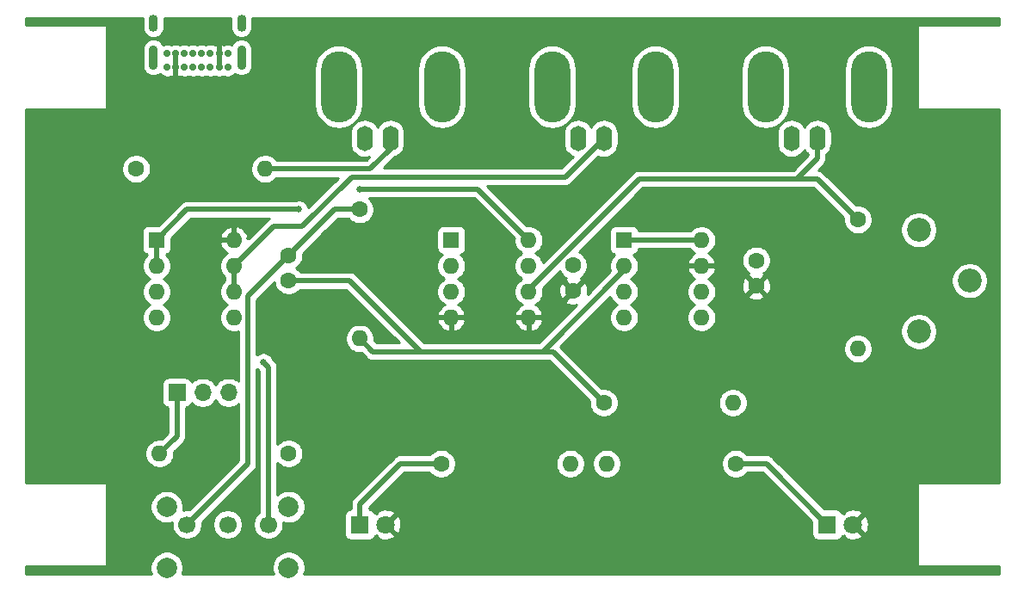
<source format=gbr>
%TF.GenerationSoftware,KiCad,Pcbnew,5.1.6-c6e7f7d~86~ubuntu20.04.1*%
%TF.CreationDate,2020-06-02T12:27:53+01:00*%
%TF.ProjectId,PC_driver,50435f64-7269-4766-9572-2e6b69636164,rev?*%
%TF.SameCoordinates,Original*%
%TF.FileFunction,Copper,L1,Top*%
%TF.FilePolarity,Positive*%
%FSLAX46Y46*%
G04 Gerber Fmt 4.6, Leading zero omitted, Abs format (unit mm)*
G04 Created by KiCad (PCBNEW 5.1.6-c6e7f7d~86~ubuntu20.04.1) date 2020-06-02 12:27:53*
%MOMM*%
%LPD*%
G01*
G04 APERTURE LIST*
%TA.AperFunction,ComponentPad*%
%ADD10O,1.600000X1.600000*%
%TD*%
%TA.AperFunction,ComponentPad*%
%ADD11C,1.600000*%
%TD*%
%TA.AperFunction,ComponentPad*%
%ADD12R,1.800000X1.800000*%
%TD*%
%TA.AperFunction,ComponentPad*%
%ADD13C,1.800000*%
%TD*%
%TA.AperFunction,ComponentPad*%
%ADD14R,1.600000X1.600000*%
%TD*%
%TA.AperFunction,ComponentPad*%
%ADD15C,2.340000*%
%TD*%
%TA.AperFunction,ComponentPad*%
%ADD16O,3.500000X7.000000*%
%TD*%
%TA.AperFunction,ComponentPad*%
%ADD17O,1.600000X2.500000*%
%TD*%
%TA.AperFunction,ComponentPad*%
%ADD18R,1.700000X1.700000*%
%TD*%
%TA.AperFunction,ComponentPad*%
%ADD19O,1.700000X1.700000*%
%TD*%
%TA.AperFunction,ComponentPad*%
%ADD20C,0.700000*%
%TD*%
%TA.AperFunction,ComponentPad*%
%ADD21O,0.900000X2.400000*%
%TD*%
%TA.AperFunction,ComponentPad*%
%ADD22O,0.900000X1.700000*%
%TD*%
%TA.AperFunction,ComponentPad*%
%ADD23C,2.000000*%
%TD*%
%TA.AperFunction,ComponentPad*%
%ADD24C,1.700000*%
%TD*%
%TA.AperFunction,ViaPad*%
%ADD25C,0.650000*%
%TD*%
%TA.AperFunction,Conductor*%
%ADD26C,0.500000*%
%TD*%
%TA.AperFunction,Conductor*%
%ADD27C,0.250000*%
%TD*%
%TA.AperFunction,Conductor*%
%ADD28C,0.254000*%
%TD*%
G04 APERTURE END LIST*
D10*
%TO.P,R4,2*%
%TO.N,Net-(J2-Pad1)*%
X106300000Y-91000000D03*
D11*
%TO.P,R4,1*%
%TO.N,signal_pos_blank*%
X119000000Y-91000000D03*
%TD*%
D10*
%TO.P,R7,2*%
%TO.N,GND*%
X146700000Y-92000000D03*
D11*
%TO.P,R7,1*%
%TO.N,Net-(D2-Pad1)*%
X134000000Y-92000000D03*
%TD*%
D12*
%TO.P,D1,1*%
%TO.N,Net-(D1-Pad1)*%
X172000000Y-98000000D03*
D13*
%TO.P,D1,2*%
%TO.N,+5V*%
X174540000Y-98000000D03*
%TD*%
%TO.P,D2,2*%
%TO.N,+5V*%
X128540000Y-98000000D03*
D12*
%TO.P,D2,1*%
%TO.N,Net-(D2-Pad1)*%
X126000000Y-98000000D03*
%TD*%
D14*
%TO.P,U1,1*%
%TO.N,Net-(RV1-Pad1)*%
X152000000Y-70000000D03*
D10*
%TO.P,U1,5*%
%TO.N,GND*%
X159620000Y-77620000D03*
%TO.P,U1,2*%
%TO.N,pin2*%
X152000000Y-72540000D03*
%TO.P,U1,6*%
%TO.N,internal_signal*%
X159620000Y-75080000D03*
%TO.P,U1,3*%
%TO.N,Net-(RV1-Pad2)*%
X152000000Y-75080000D03*
%TO.P,U1,7*%
%TO.N,+5V*%
X159620000Y-72540000D03*
%TO.P,U1,4*%
%TO.N,GND*%
X152000000Y-77620000D03*
%TO.P,U1,8*%
%TO.N,Net-(RV1-Pad1)*%
X159620000Y-70000000D03*
%TD*%
%TO.P,U3,8*%
%TO.N,signal_pre_blank*%
X142620000Y-70000000D03*
%TO.P,U3,4*%
%TO.N,+5V*%
X135000000Y-77620000D03*
%TO.P,U3,7*%
%TO.N,GND*%
X142620000Y-72540000D03*
%TO.P,U3,3*%
X135000000Y-75080000D03*
%TO.P,U3,6*%
%TO.N,Net-(J4-Pad1)*%
X142620000Y-75080000D03*
%TO.P,U3,2*%
%TO.N,GND*%
X135000000Y-72540000D03*
%TO.P,U3,5*%
%TO.N,+5V*%
X142620000Y-77620000D03*
D14*
%TO.P,U3,1*%
%TO.N,signal_pos_blank*%
X135000000Y-70000000D03*
%TD*%
D15*
%TO.P,RV1,1*%
%TO.N,Net-(RV1-Pad1)*%
X181000000Y-69000000D03*
%TO.P,RV1,2*%
%TO.N,Net-(RV1-Pad2)*%
X186000000Y-74000000D03*
%TO.P,RV1,3*%
%TO.N,GND*%
X181000000Y-79000000D03*
%TD*%
D11*
%TO.P,C2,2*%
%TO.N,internal_signal*%
X119000000Y-71500000D03*
%TO.P,C2,1*%
%TO.N,pin2*%
X119000000Y-74000000D03*
%TD*%
%TO.P,C1,1*%
%TO.N,GND*%
X165000000Y-72000000D03*
%TO.P,C1,2*%
%TO.N,+5V*%
X165000000Y-74500000D03*
%TD*%
%TO.P,C3,1*%
%TO.N,+5V*%
X147000000Y-75000000D03*
%TO.P,C3,2*%
%TO.N,GND*%
X147000000Y-72500000D03*
%TD*%
D16*
%TO.P,J1,2*%
%TO.N,GND*%
X123920000Y-54920000D03*
X134080000Y-54920000D03*
D17*
%TO.P,J1,1*%
%TO.N,analog_input*%
X129000000Y-60000000D03*
%TO.P,J1,2*%
%TO.N,GND*%
X126460000Y-60000000D03*
%TD*%
D18*
%TO.P,J2,1*%
%TO.N,Net-(J2-Pad1)*%
X108000000Y-85000000D03*
D19*
%TO.P,J2,2*%
%TO.N,Net-(J2-Pad2)*%
X110540000Y-85000000D03*
%TO.P,J2,3*%
%TO.N,signal_pos_blank*%
X113080000Y-85000000D03*
%TD*%
D16*
%TO.P,J3,2*%
%TO.N,GND*%
X144920000Y-54920000D03*
X155080000Y-54920000D03*
D17*
%TO.P,J3,1*%
%TO.N,Net-(J3-Pad1)*%
X150000000Y-60000000D03*
%TO.P,J3,2*%
%TO.N,GND*%
X147460000Y-60000000D03*
%TD*%
%TO.P,J4,2*%
%TO.N,GND*%
X168460000Y-60000000D03*
%TO.P,J4,1*%
%TO.N,Net-(J4-Pad1)*%
X171000000Y-60000000D03*
D16*
%TO.P,J4,2*%
%TO.N,GND*%
X176080000Y-54920000D03*
X165920000Y-54920000D03*
%TD*%
D20*
%TO.P,P1,A1*%
%TO.N,GND*%
X113000000Y-53000000D03*
%TO.P,P1,A4*%
%TO.N,+5V*%
X112150000Y-53000000D03*
%TO.P,P1,A5*%
%TO.N,Net-(P1-PadA5)*%
X111300000Y-53000000D03*
%TO.P,P1,A6*%
%TO.N,Net-(P1-PadA6)*%
X110450000Y-53000000D03*
%TO.P,P1,A7*%
%TO.N,Net-(P1-PadA7)*%
X109600000Y-53000000D03*
%TO.P,P1,A8*%
%TO.N,N/C*%
X108750000Y-53000000D03*
%TO.P,P1,A9*%
%TO.N,+5V*%
X107900000Y-53000000D03*
%TO.P,P1,A12*%
%TO.N,GND*%
X107050000Y-53000000D03*
%TO.P,P1,B9*%
%TO.N,+5V*%
X112150000Y-51650000D03*
%TO.P,P1,B7*%
%TO.N,N/C*%
X110450000Y-51650000D03*
%TO.P,P1,B8*%
X111300000Y-51650000D03*
%TO.P,P1,B12*%
%TO.N,GND*%
X113000000Y-51650000D03*
%TO.P,P1,B5*%
X108750000Y-51650000D03*
%TO.P,P1,B4*%
%TO.N,+5V*%
X107900000Y-51650000D03*
%TO.P,P1,B1*%
%TO.N,GND*%
X107050000Y-51650000D03*
%TO.P,P1,B6*%
%TO.N,N/C*%
X109600000Y-51650000D03*
D21*
%TO.P,P1,S1*%
%TO.N,GND*%
X114350000Y-52020000D03*
X105700000Y-52020000D03*
D22*
X114350000Y-48640000D03*
X105700000Y-48640000D03*
%TD*%
D11*
%TO.P,R1,1*%
%TO.N,GND*%
X104000000Y-63000000D03*
D10*
%TO.P,R1,2*%
%TO.N,analog_input*%
X116700000Y-63000000D03*
%TD*%
%TO.P,R5,2*%
%TO.N,pin2*%
X126000000Y-79700000D03*
D11*
%TO.P,R5,1*%
%TO.N,internal_signal*%
X126000000Y-67000000D03*
%TD*%
D10*
%TO.P,R2,2*%
%TO.N,GND*%
X162700000Y-86000000D03*
D11*
%TO.P,R2,1*%
%TO.N,pin2*%
X150000000Y-86000000D03*
%TD*%
%TO.P,R3,1*%
%TO.N,Net-(D1-Pad1)*%
X163000000Y-92000000D03*
D10*
%TO.P,R3,2*%
%TO.N,GND*%
X150300000Y-92000000D03*
%TD*%
D11*
%TO.P,R6,1*%
%TO.N,Net-(J4-Pad1)*%
X175000000Y-68000000D03*
D10*
%TO.P,R6,2*%
%TO.N,GND*%
X175000000Y-80700000D03*
%TD*%
D23*
%TO.P,SW1,*%
%TO.N,*%
X107000000Y-96250000D03*
X119000000Y-96250000D03*
X119000000Y-102250000D03*
X107000000Y-102250000D03*
D24*
%TO.P,SW1,1*%
%TO.N,internal_signal*%
X109000000Y-98000000D03*
%TO.P,SW1,2*%
%TO.N,Net-(SW1-Pad2)*%
X113000000Y-98000000D03*
%TO.P,SW1,3*%
%TO.N,analog_input*%
X117000000Y-98000000D03*
%TD*%
D14*
%TO.P,U2,1*%
%TO.N,signal_pre_blank*%
X106000000Y-70000000D03*
D10*
%TO.P,U2,5*%
%TO.N,Net-(J2-Pad2)*%
X113620000Y-77620000D03*
%TO.P,U2,2*%
%TO.N,signal_pre_blank*%
X106000000Y-72540000D03*
%TO.P,U2,6*%
%TO.N,Net-(J3-Pad1)*%
X113620000Y-75080000D03*
%TO.P,U2,3*%
%TO.N,Net-(SW1-Pad2)*%
X106000000Y-75080000D03*
%TO.P,U2,7*%
%TO.N,Net-(J3-Pad1)*%
X113620000Y-72540000D03*
%TO.P,U2,4*%
%TO.N,GND*%
X106000000Y-77620000D03*
%TO.P,U2,8*%
%TO.N,+5V*%
X113620000Y-70000000D03*
%TD*%
D25*
%TO.N,analog_input*%
X116500000Y-82000000D03*
%TO.N,signal_pre_blank*%
X120000000Y-67000000D03*
X126000000Y-65000000D03*
%TD*%
D26*
%TO.N,Net-(D1-Pad1)*%
X166000000Y-92000000D02*
X172000000Y-98000000D01*
X163000000Y-92000000D02*
X166000000Y-92000000D01*
%TO.N,internal_signal*%
X123500000Y-67000000D02*
X119000000Y-71500000D01*
X126000000Y-67000000D02*
X123500000Y-67000000D01*
X114970001Y-75529999D02*
X119000000Y-71500000D01*
X114970001Y-92029999D02*
X114970001Y-75529999D01*
X109000000Y-98000000D02*
X114970001Y-92029999D01*
%TO.N,pin2*%
X119000000Y-74000000D02*
X125000000Y-74000000D01*
X125000000Y-74000000D02*
X132000000Y-81000000D01*
X152000000Y-73000000D02*
X152000000Y-72540000D01*
X144000000Y-81000000D02*
X152000000Y-73000000D01*
X127300000Y-81000000D02*
X126000000Y-79700000D01*
X132000000Y-81000000D02*
X127300000Y-81000000D01*
X132000000Y-81000000D02*
X137000000Y-81000000D01*
X137000000Y-81000000D02*
X144000000Y-81000000D01*
X145000000Y-81000000D02*
X150000000Y-86000000D01*
X144000000Y-81000000D02*
X145000000Y-81000000D01*
%TO.N,Net-(D2-Pad1)*%
X134000000Y-92000000D02*
X130000000Y-92000000D01*
X126000000Y-96000000D02*
X126000000Y-98000000D01*
X130000000Y-92000000D02*
X126000000Y-96000000D01*
%TO.N,analog_input*%
X127000000Y-63000000D02*
X116700000Y-63000000D01*
X129000000Y-60000000D02*
X129000000Y-61000000D01*
X129000000Y-61000000D02*
X127000000Y-63000000D01*
X117000000Y-82500000D02*
X117000000Y-98000000D01*
X116500000Y-82000000D02*
X117000000Y-82500000D01*
%TO.N,Net-(J2-Pad1)*%
X108000000Y-89300000D02*
X106300000Y-91000000D01*
X108000000Y-85000000D02*
X108000000Y-89300000D01*
%TO.N,Net-(J3-Pad1)*%
X113620000Y-72540000D02*
X113620000Y-75080000D01*
X117510001Y-68649999D02*
X120350001Y-68649999D01*
X113620000Y-72540000D02*
X117510001Y-68649999D01*
X125199990Y-63800010D02*
X146199990Y-63800010D01*
X146199990Y-63800010D02*
X150000000Y-60000000D01*
X120350001Y-68649999D02*
X125199990Y-63800010D01*
%TO.N,Net-(J4-Pad1)*%
X171000000Y-62000000D02*
X171000000Y-60000000D01*
X169000000Y-64000000D02*
X171000000Y-62000000D01*
X171000000Y-64000000D02*
X175000000Y-68000000D01*
X168000000Y-64000000D02*
X171000000Y-64000000D01*
X168000000Y-64000000D02*
X169000000Y-64000000D01*
X142620000Y-74881998D02*
X142620000Y-75080000D01*
X153501998Y-64000000D02*
X142620000Y-74881998D01*
X168000000Y-64000000D02*
X153501998Y-64000000D01*
%TO.N,Net-(RV1-Pad1)*%
X152000000Y-70000000D02*
X159620000Y-70000000D01*
%TO.N,signal_pre_blank*%
X106000000Y-70000000D02*
X106000000Y-72540000D01*
X109000000Y-67000000D02*
X120000000Y-67000000D01*
X106000000Y-70000000D02*
X109000000Y-67000000D01*
X137620000Y-65000000D02*
X142620000Y-70000000D01*
X126000000Y-65000000D02*
X137620000Y-65000000D01*
%TO.N,+5V*%
X107900000Y-53000000D02*
X107900000Y-54400000D01*
X107900000Y-54400000D02*
X107900000Y-51650000D01*
X112150000Y-51650000D02*
X112150000Y-50150000D01*
X112200001Y-52567999D02*
X112200001Y-52615997D01*
X112150000Y-52517998D02*
X112200001Y-52567999D01*
X112150000Y-51650000D02*
X112150000Y-52517998D01*
X112150000Y-52565996D02*
X112200001Y-52615997D01*
X112150000Y-51650000D02*
X112150000Y-52565996D01*
D27*
X112150000Y-51650000D02*
X112150000Y-53000000D01*
%TD*%
D28*
%TO.N,+5V*%
G36*
X104615000Y-48186706D02*
G01*
X104615000Y-49093293D01*
X104630700Y-49252696D01*
X104692741Y-49457219D01*
X104793491Y-49645710D01*
X104929078Y-49810922D01*
X105094290Y-49946509D01*
X105282780Y-50047259D01*
X105487303Y-50109300D01*
X105700000Y-50130249D01*
X105912696Y-50109300D01*
X106117219Y-50047259D01*
X106305710Y-49946509D01*
X106470922Y-49810922D01*
X106606509Y-49645710D01*
X106707259Y-49457220D01*
X106769300Y-49252697D01*
X106785000Y-49093294D01*
X106785000Y-48186707D01*
X106779119Y-48127000D01*
X113270881Y-48127000D01*
X113265000Y-48186706D01*
X113265000Y-49093293D01*
X113280700Y-49252696D01*
X113342741Y-49457219D01*
X113443491Y-49645710D01*
X113579078Y-49810922D01*
X113744290Y-49946509D01*
X113932780Y-50047259D01*
X114137303Y-50109300D01*
X114350000Y-50130249D01*
X114562696Y-50109300D01*
X114767219Y-50047259D01*
X114955710Y-49946509D01*
X115120922Y-49810922D01*
X115256509Y-49645710D01*
X115357259Y-49457220D01*
X115419300Y-49252697D01*
X115435000Y-49093294D01*
X115435000Y-48186707D01*
X115429119Y-48127000D01*
X188873000Y-48127000D01*
X188873000Y-48873000D01*
X181000000Y-48873000D01*
X180975224Y-48875440D01*
X180951399Y-48882667D01*
X180929443Y-48894403D01*
X180910197Y-48910197D01*
X180894403Y-48929443D01*
X180882667Y-48951399D01*
X180875440Y-48975224D01*
X180873000Y-49000000D01*
X180873000Y-57000000D01*
X180875440Y-57024776D01*
X180882667Y-57048601D01*
X180894403Y-57070557D01*
X180910197Y-57089803D01*
X180929443Y-57105597D01*
X180951399Y-57117333D01*
X180975224Y-57124560D01*
X181000000Y-57127000D01*
X188873000Y-57127000D01*
X188873000Y-93873000D01*
X181000000Y-93873000D01*
X180975224Y-93875440D01*
X180951399Y-93882667D01*
X180929443Y-93894403D01*
X180910197Y-93910197D01*
X180894403Y-93929443D01*
X180882667Y-93951399D01*
X180875440Y-93975224D01*
X180873000Y-94000000D01*
X180873000Y-102000000D01*
X180875440Y-102024776D01*
X180882667Y-102048601D01*
X180894403Y-102070557D01*
X180910197Y-102089803D01*
X180929443Y-102105597D01*
X180951399Y-102117333D01*
X180975224Y-102124560D01*
X181000000Y-102127000D01*
X188873000Y-102127000D01*
X188873000Y-102873000D01*
X120511656Y-102873000D01*
X120572168Y-102726912D01*
X120635000Y-102411033D01*
X120635000Y-102088967D01*
X120572168Y-101773088D01*
X120448918Y-101475537D01*
X120269987Y-101207748D01*
X120042252Y-100980013D01*
X119774463Y-100801082D01*
X119476912Y-100677832D01*
X119161033Y-100615000D01*
X118838967Y-100615000D01*
X118523088Y-100677832D01*
X118225537Y-100801082D01*
X117957748Y-100980013D01*
X117730013Y-101207748D01*
X117551082Y-101475537D01*
X117427832Y-101773088D01*
X117365000Y-102088967D01*
X117365000Y-102411033D01*
X117427832Y-102726912D01*
X117488344Y-102873000D01*
X108511656Y-102873000D01*
X108572168Y-102726912D01*
X108635000Y-102411033D01*
X108635000Y-102088967D01*
X108572168Y-101773088D01*
X108448918Y-101475537D01*
X108269987Y-101207748D01*
X108042252Y-100980013D01*
X107774463Y-100801082D01*
X107476912Y-100677832D01*
X107161033Y-100615000D01*
X106838967Y-100615000D01*
X106523088Y-100677832D01*
X106225537Y-100801082D01*
X105957748Y-100980013D01*
X105730013Y-101207748D01*
X105551082Y-101475537D01*
X105427832Y-101773088D01*
X105365000Y-102088967D01*
X105365000Y-102411033D01*
X105427832Y-102726912D01*
X105488344Y-102873000D01*
X93127000Y-102873000D01*
X93127000Y-102127000D01*
X101000000Y-102127000D01*
X101024776Y-102124560D01*
X101048601Y-102117333D01*
X101070557Y-102105597D01*
X101089803Y-102089803D01*
X101105597Y-102070557D01*
X101117333Y-102048601D01*
X101124560Y-102024776D01*
X101127000Y-102000000D01*
X101127000Y-94000000D01*
X101124560Y-93975224D01*
X101117333Y-93951399D01*
X101105597Y-93929443D01*
X101089803Y-93910197D01*
X101070557Y-93894403D01*
X101048601Y-93882667D01*
X101024776Y-93875440D01*
X101000000Y-93873000D01*
X93127000Y-93873000D01*
X93127000Y-69200000D01*
X104561928Y-69200000D01*
X104561928Y-70800000D01*
X104574188Y-70924482D01*
X104610498Y-71044180D01*
X104669463Y-71154494D01*
X104748815Y-71251185D01*
X104845506Y-71330537D01*
X104955820Y-71389502D01*
X105075518Y-71425812D01*
X105083961Y-71426643D01*
X104885363Y-71625241D01*
X104728320Y-71860273D01*
X104620147Y-72121426D01*
X104565000Y-72398665D01*
X104565000Y-72681335D01*
X104620147Y-72958574D01*
X104728320Y-73219727D01*
X104885363Y-73454759D01*
X105085241Y-73654637D01*
X105317759Y-73810000D01*
X105085241Y-73965363D01*
X104885363Y-74165241D01*
X104728320Y-74400273D01*
X104620147Y-74661426D01*
X104565000Y-74938665D01*
X104565000Y-75221335D01*
X104620147Y-75498574D01*
X104728320Y-75759727D01*
X104885363Y-75994759D01*
X105085241Y-76194637D01*
X105317759Y-76350000D01*
X105085241Y-76505363D01*
X104885363Y-76705241D01*
X104728320Y-76940273D01*
X104620147Y-77201426D01*
X104565000Y-77478665D01*
X104565000Y-77761335D01*
X104620147Y-78038574D01*
X104728320Y-78299727D01*
X104885363Y-78534759D01*
X105085241Y-78734637D01*
X105320273Y-78891680D01*
X105581426Y-78999853D01*
X105858665Y-79055000D01*
X106141335Y-79055000D01*
X106418574Y-78999853D01*
X106679727Y-78891680D01*
X106914759Y-78734637D01*
X107114637Y-78534759D01*
X107271680Y-78299727D01*
X107379853Y-78038574D01*
X107435000Y-77761335D01*
X107435000Y-77478665D01*
X107379853Y-77201426D01*
X107271680Y-76940273D01*
X107114637Y-76705241D01*
X106914759Y-76505363D01*
X106682241Y-76350000D01*
X106914759Y-76194637D01*
X107114637Y-75994759D01*
X107271680Y-75759727D01*
X107379853Y-75498574D01*
X107435000Y-75221335D01*
X107435000Y-74938665D01*
X107379853Y-74661426D01*
X107271680Y-74400273D01*
X107114637Y-74165241D01*
X106914759Y-73965363D01*
X106682241Y-73810000D01*
X106914759Y-73654637D01*
X107114637Y-73454759D01*
X107271680Y-73219727D01*
X107379853Y-72958574D01*
X107435000Y-72681335D01*
X107435000Y-72398665D01*
X107379853Y-72121426D01*
X107271680Y-71860273D01*
X107114637Y-71625241D01*
X106916039Y-71426643D01*
X106924482Y-71425812D01*
X107044180Y-71389502D01*
X107154494Y-71330537D01*
X107251185Y-71251185D01*
X107330537Y-71154494D01*
X107389502Y-71044180D01*
X107425812Y-70924482D01*
X107438072Y-70800000D01*
X107438072Y-69813506D01*
X107600617Y-69650961D01*
X112228096Y-69650961D01*
X112350085Y-69873000D01*
X113493000Y-69873000D01*
X113493000Y-68729376D01*
X113270960Y-68608091D01*
X113006119Y-68702930D01*
X112764869Y-68847615D01*
X112556481Y-69036586D01*
X112388963Y-69262580D01*
X112268754Y-69516913D01*
X112228096Y-69650961D01*
X107600617Y-69650961D01*
X109366579Y-67885000D01*
X117063814Y-67885000D01*
X117015942Y-67910588D01*
X116986453Y-67934789D01*
X116914954Y-67993467D01*
X116914952Y-67993469D01*
X116881184Y-68021182D01*
X116853471Y-68054950D01*
X115035424Y-69872998D01*
X114889916Y-69872998D01*
X115011904Y-69650961D01*
X114971246Y-69516913D01*
X114851037Y-69262580D01*
X114683519Y-69036586D01*
X114475131Y-68847615D01*
X114233881Y-68702930D01*
X113969040Y-68608091D01*
X113747000Y-68729376D01*
X113747000Y-69873000D01*
X113767000Y-69873000D01*
X113767000Y-70127000D01*
X113747000Y-70127000D01*
X113747000Y-70147000D01*
X113493000Y-70147000D01*
X113493000Y-70127000D01*
X112350085Y-70127000D01*
X112228096Y-70349039D01*
X112268754Y-70483087D01*
X112388963Y-70737420D01*
X112556481Y-70963414D01*
X112764869Y-71152385D01*
X112950865Y-71263933D01*
X112940273Y-71268320D01*
X112705241Y-71425363D01*
X112505363Y-71625241D01*
X112348320Y-71860273D01*
X112240147Y-72121426D01*
X112185000Y-72398665D01*
X112185000Y-72681335D01*
X112240147Y-72958574D01*
X112348320Y-73219727D01*
X112505363Y-73454759D01*
X112705241Y-73654637D01*
X112735000Y-73674522D01*
X112735001Y-73945478D01*
X112705241Y-73965363D01*
X112505363Y-74165241D01*
X112348320Y-74400273D01*
X112240147Y-74661426D01*
X112185000Y-74938665D01*
X112185000Y-75221335D01*
X112240147Y-75498574D01*
X112348320Y-75759727D01*
X112505363Y-75994759D01*
X112705241Y-76194637D01*
X112937759Y-76350000D01*
X112705241Y-76505363D01*
X112505363Y-76705241D01*
X112348320Y-76940273D01*
X112240147Y-77201426D01*
X112185000Y-77478665D01*
X112185000Y-77761335D01*
X112240147Y-78038574D01*
X112348320Y-78299727D01*
X112505363Y-78534759D01*
X112705241Y-78734637D01*
X112940273Y-78891680D01*
X113201426Y-78999853D01*
X113478665Y-79055000D01*
X113761335Y-79055000D01*
X114038574Y-78999853D01*
X114085002Y-78980622D01*
X114085001Y-83904894D01*
X114026632Y-83846525D01*
X113783411Y-83684010D01*
X113513158Y-83572068D01*
X113226260Y-83515000D01*
X112933740Y-83515000D01*
X112646842Y-83572068D01*
X112376589Y-83684010D01*
X112133368Y-83846525D01*
X111926525Y-84053368D01*
X111810000Y-84227760D01*
X111693475Y-84053368D01*
X111486632Y-83846525D01*
X111243411Y-83684010D01*
X110973158Y-83572068D01*
X110686260Y-83515000D01*
X110393740Y-83515000D01*
X110106842Y-83572068D01*
X109836589Y-83684010D01*
X109593368Y-83846525D01*
X109461513Y-83978380D01*
X109439502Y-83905820D01*
X109380537Y-83795506D01*
X109301185Y-83698815D01*
X109204494Y-83619463D01*
X109094180Y-83560498D01*
X108974482Y-83524188D01*
X108850000Y-83511928D01*
X107150000Y-83511928D01*
X107025518Y-83524188D01*
X106905820Y-83560498D01*
X106795506Y-83619463D01*
X106698815Y-83698815D01*
X106619463Y-83795506D01*
X106560498Y-83905820D01*
X106524188Y-84025518D01*
X106511928Y-84150000D01*
X106511928Y-85850000D01*
X106524188Y-85974482D01*
X106560498Y-86094180D01*
X106619463Y-86204494D01*
X106698815Y-86301185D01*
X106795506Y-86380537D01*
X106905820Y-86439502D01*
X107025518Y-86475812D01*
X107115000Y-86484625D01*
X107115001Y-88933420D01*
X106476439Y-89571983D01*
X106441335Y-89565000D01*
X106158665Y-89565000D01*
X105881426Y-89620147D01*
X105620273Y-89728320D01*
X105385241Y-89885363D01*
X105185363Y-90085241D01*
X105028320Y-90320273D01*
X104920147Y-90581426D01*
X104865000Y-90858665D01*
X104865000Y-91141335D01*
X104920147Y-91418574D01*
X105028320Y-91679727D01*
X105185363Y-91914759D01*
X105385241Y-92114637D01*
X105620273Y-92271680D01*
X105881426Y-92379853D01*
X106158665Y-92435000D01*
X106441335Y-92435000D01*
X106718574Y-92379853D01*
X106979727Y-92271680D01*
X107214759Y-92114637D01*
X107414637Y-91914759D01*
X107571680Y-91679727D01*
X107679853Y-91418574D01*
X107735000Y-91141335D01*
X107735000Y-90858665D01*
X107728017Y-90823561D01*
X108595049Y-89956530D01*
X108628817Y-89928817D01*
X108739411Y-89794059D01*
X108821589Y-89640313D01*
X108872195Y-89473490D01*
X108885000Y-89343477D01*
X108885000Y-89343467D01*
X108889281Y-89300001D01*
X108885000Y-89256534D01*
X108885000Y-86484625D01*
X108974482Y-86475812D01*
X109094180Y-86439502D01*
X109204494Y-86380537D01*
X109301185Y-86301185D01*
X109380537Y-86204494D01*
X109439502Y-86094180D01*
X109461513Y-86021620D01*
X109593368Y-86153475D01*
X109836589Y-86315990D01*
X110106842Y-86427932D01*
X110393740Y-86485000D01*
X110686260Y-86485000D01*
X110973158Y-86427932D01*
X111243411Y-86315990D01*
X111486632Y-86153475D01*
X111693475Y-85946632D01*
X111810000Y-85772240D01*
X111926525Y-85946632D01*
X112133368Y-86153475D01*
X112376589Y-86315990D01*
X112646842Y-86427932D01*
X112933740Y-86485000D01*
X113226260Y-86485000D01*
X113513158Y-86427932D01*
X113783411Y-86315990D01*
X114026632Y-86153475D01*
X114085001Y-86095106D01*
X114085001Y-91663420D01*
X109218961Y-96529461D01*
X109146260Y-96515000D01*
X108853740Y-96515000D01*
X108604457Y-96564586D01*
X108635000Y-96411033D01*
X108635000Y-96088967D01*
X108572168Y-95773088D01*
X108448918Y-95475537D01*
X108269987Y-95207748D01*
X108042252Y-94980013D01*
X107774463Y-94801082D01*
X107476912Y-94677832D01*
X107161033Y-94615000D01*
X106838967Y-94615000D01*
X106523088Y-94677832D01*
X106225537Y-94801082D01*
X105957748Y-94980013D01*
X105730013Y-95207748D01*
X105551082Y-95475537D01*
X105427832Y-95773088D01*
X105365000Y-96088967D01*
X105365000Y-96411033D01*
X105427832Y-96726912D01*
X105551082Y-97024463D01*
X105730013Y-97292252D01*
X105957748Y-97519987D01*
X106225537Y-97698918D01*
X106523088Y-97822168D01*
X106838967Y-97885000D01*
X107161033Y-97885000D01*
X107476912Y-97822168D01*
X107525264Y-97802140D01*
X107515000Y-97853740D01*
X107515000Y-98146260D01*
X107572068Y-98433158D01*
X107684010Y-98703411D01*
X107846525Y-98946632D01*
X108053368Y-99153475D01*
X108296589Y-99315990D01*
X108566842Y-99427932D01*
X108853740Y-99485000D01*
X109146260Y-99485000D01*
X109433158Y-99427932D01*
X109703411Y-99315990D01*
X109946632Y-99153475D01*
X110153475Y-98946632D01*
X110315990Y-98703411D01*
X110427932Y-98433158D01*
X110485000Y-98146260D01*
X110485000Y-97853740D01*
X111515000Y-97853740D01*
X111515000Y-98146260D01*
X111572068Y-98433158D01*
X111684010Y-98703411D01*
X111846525Y-98946632D01*
X112053368Y-99153475D01*
X112296589Y-99315990D01*
X112566842Y-99427932D01*
X112853740Y-99485000D01*
X113146260Y-99485000D01*
X113433158Y-99427932D01*
X113703411Y-99315990D01*
X113946632Y-99153475D01*
X114153475Y-98946632D01*
X114315990Y-98703411D01*
X114427932Y-98433158D01*
X114485000Y-98146260D01*
X114485000Y-97853740D01*
X114427932Y-97566842D01*
X114315990Y-97296589D01*
X114153475Y-97053368D01*
X113946632Y-96846525D01*
X113703411Y-96684010D01*
X113433158Y-96572068D01*
X113146260Y-96515000D01*
X112853740Y-96515000D01*
X112566842Y-96572068D01*
X112296589Y-96684010D01*
X112053368Y-96846525D01*
X111846525Y-97053368D01*
X111684010Y-97296589D01*
X111572068Y-97566842D01*
X111515000Y-97853740D01*
X110485000Y-97853740D01*
X110470539Y-97781039D01*
X115565052Y-92686527D01*
X115598818Y-92658816D01*
X115651153Y-92595047D01*
X115709411Y-92524059D01*
X115709412Y-92524058D01*
X115791590Y-92370312D01*
X115842196Y-92203489D01*
X115855001Y-92073476D01*
X115855001Y-92073466D01*
X115859282Y-92030000D01*
X115855001Y-91986534D01*
X115855001Y-82712646D01*
X115888036Y-82745681D01*
X116045269Y-82850741D01*
X116115000Y-82879625D01*
X116115001Y-96805343D01*
X116053368Y-96846525D01*
X115846525Y-97053368D01*
X115684010Y-97296589D01*
X115572068Y-97566842D01*
X115515000Y-97853740D01*
X115515000Y-98146260D01*
X115572068Y-98433158D01*
X115684010Y-98703411D01*
X115846525Y-98946632D01*
X116053368Y-99153475D01*
X116296589Y-99315990D01*
X116566842Y-99427932D01*
X116853740Y-99485000D01*
X117146260Y-99485000D01*
X117433158Y-99427932D01*
X117703411Y-99315990D01*
X117946632Y-99153475D01*
X118153475Y-98946632D01*
X118315990Y-98703411D01*
X118427932Y-98433158D01*
X118485000Y-98146260D01*
X118485000Y-97853740D01*
X118474736Y-97802140D01*
X118523088Y-97822168D01*
X118838967Y-97885000D01*
X119161033Y-97885000D01*
X119476912Y-97822168D01*
X119774463Y-97698918D01*
X120042252Y-97519987D01*
X120269987Y-97292252D01*
X120398445Y-97100000D01*
X124461928Y-97100000D01*
X124461928Y-98900000D01*
X124474188Y-99024482D01*
X124510498Y-99144180D01*
X124569463Y-99254494D01*
X124648815Y-99351185D01*
X124745506Y-99430537D01*
X124855820Y-99489502D01*
X124975518Y-99525812D01*
X125100000Y-99538072D01*
X126900000Y-99538072D01*
X127024482Y-99525812D01*
X127144180Y-99489502D01*
X127254494Y-99430537D01*
X127351185Y-99351185D01*
X127430537Y-99254494D01*
X127489502Y-99144180D01*
X127492813Y-99133265D01*
X127539578Y-99180030D01*
X127655526Y-99064082D01*
X127739208Y-99318261D01*
X128011775Y-99449158D01*
X128304642Y-99524365D01*
X128606553Y-99540991D01*
X128905907Y-99498397D01*
X129191199Y-99398222D01*
X129340792Y-99318261D01*
X129424475Y-99064080D01*
X128540000Y-98179605D01*
X128525858Y-98193748D01*
X128346253Y-98014143D01*
X128360395Y-98000000D01*
X128719605Y-98000000D01*
X129604080Y-98884475D01*
X129858261Y-98800792D01*
X129989158Y-98528225D01*
X130064365Y-98235358D01*
X130080991Y-97933447D01*
X130038397Y-97634093D01*
X129938222Y-97348801D01*
X129858261Y-97199208D01*
X129604080Y-97115525D01*
X128719605Y-98000000D01*
X128360395Y-98000000D01*
X128346253Y-97985858D01*
X128525858Y-97806253D01*
X128540000Y-97820395D01*
X129424475Y-96935920D01*
X129340792Y-96681739D01*
X129068225Y-96550842D01*
X128775358Y-96475635D01*
X128473447Y-96459009D01*
X128174093Y-96501603D01*
X127888801Y-96601778D01*
X127739208Y-96681739D01*
X127655526Y-96935918D01*
X127539578Y-96819970D01*
X127492813Y-96866735D01*
X127489502Y-96855820D01*
X127430537Y-96745506D01*
X127351185Y-96648815D01*
X127254494Y-96569463D01*
X127144180Y-96510498D01*
X127024482Y-96474188D01*
X126900000Y-96461928D01*
X126885000Y-96461928D01*
X126885000Y-96366578D01*
X130366579Y-92885000D01*
X132865479Y-92885000D01*
X132885363Y-92914759D01*
X133085241Y-93114637D01*
X133320273Y-93271680D01*
X133581426Y-93379853D01*
X133858665Y-93435000D01*
X134141335Y-93435000D01*
X134418574Y-93379853D01*
X134679727Y-93271680D01*
X134914759Y-93114637D01*
X135114637Y-92914759D01*
X135271680Y-92679727D01*
X135379853Y-92418574D01*
X135435000Y-92141335D01*
X135435000Y-91858665D01*
X145265000Y-91858665D01*
X145265000Y-92141335D01*
X145320147Y-92418574D01*
X145428320Y-92679727D01*
X145585363Y-92914759D01*
X145785241Y-93114637D01*
X146020273Y-93271680D01*
X146281426Y-93379853D01*
X146558665Y-93435000D01*
X146841335Y-93435000D01*
X147118574Y-93379853D01*
X147379727Y-93271680D01*
X147614759Y-93114637D01*
X147814637Y-92914759D01*
X147971680Y-92679727D01*
X148079853Y-92418574D01*
X148135000Y-92141335D01*
X148135000Y-91858665D01*
X148865000Y-91858665D01*
X148865000Y-92141335D01*
X148920147Y-92418574D01*
X149028320Y-92679727D01*
X149185363Y-92914759D01*
X149385241Y-93114637D01*
X149620273Y-93271680D01*
X149881426Y-93379853D01*
X150158665Y-93435000D01*
X150441335Y-93435000D01*
X150718574Y-93379853D01*
X150979727Y-93271680D01*
X151214759Y-93114637D01*
X151414637Y-92914759D01*
X151571680Y-92679727D01*
X151679853Y-92418574D01*
X151735000Y-92141335D01*
X151735000Y-91858665D01*
X161565000Y-91858665D01*
X161565000Y-92141335D01*
X161620147Y-92418574D01*
X161728320Y-92679727D01*
X161885363Y-92914759D01*
X162085241Y-93114637D01*
X162320273Y-93271680D01*
X162581426Y-93379853D01*
X162858665Y-93435000D01*
X163141335Y-93435000D01*
X163418574Y-93379853D01*
X163679727Y-93271680D01*
X163914759Y-93114637D01*
X164114637Y-92914759D01*
X164134521Y-92885000D01*
X165633422Y-92885000D01*
X170461928Y-97713507D01*
X170461928Y-98900000D01*
X170474188Y-99024482D01*
X170510498Y-99144180D01*
X170569463Y-99254494D01*
X170648815Y-99351185D01*
X170745506Y-99430537D01*
X170855820Y-99489502D01*
X170975518Y-99525812D01*
X171100000Y-99538072D01*
X172900000Y-99538072D01*
X173024482Y-99525812D01*
X173144180Y-99489502D01*
X173254494Y-99430537D01*
X173351185Y-99351185D01*
X173430537Y-99254494D01*
X173489502Y-99144180D01*
X173492813Y-99133265D01*
X173539578Y-99180030D01*
X173655526Y-99064082D01*
X173739208Y-99318261D01*
X174011775Y-99449158D01*
X174304642Y-99524365D01*
X174606553Y-99540991D01*
X174905907Y-99498397D01*
X175191199Y-99398222D01*
X175340792Y-99318261D01*
X175424475Y-99064080D01*
X174540000Y-98179605D01*
X174525858Y-98193748D01*
X174346253Y-98014143D01*
X174360395Y-98000000D01*
X174719605Y-98000000D01*
X175604080Y-98884475D01*
X175858261Y-98800792D01*
X175989158Y-98528225D01*
X176064365Y-98235358D01*
X176080991Y-97933447D01*
X176038397Y-97634093D01*
X175938222Y-97348801D01*
X175858261Y-97199208D01*
X175604080Y-97115525D01*
X174719605Y-98000000D01*
X174360395Y-98000000D01*
X174346253Y-97985858D01*
X174525858Y-97806253D01*
X174540000Y-97820395D01*
X175424475Y-96935920D01*
X175340792Y-96681739D01*
X175068225Y-96550842D01*
X174775358Y-96475635D01*
X174473447Y-96459009D01*
X174174093Y-96501603D01*
X173888801Y-96601778D01*
X173739208Y-96681739D01*
X173655526Y-96935918D01*
X173539578Y-96819970D01*
X173492813Y-96866735D01*
X173489502Y-96855820D01*
X173430537Y-96745506D01*
X173351185Y-96648815D01*
X173254494Y-96569463D01*
X173144180Y-96510498D01*
X173024482Y-96474188D01*
X172900000Y-96461928D01*
X171713507Y-96461928D01*
X166656534Y-91404956D01*
X166628817Y-91371183D01*
X166494059Y-91260589D01*
X166340313Y-91178411D01*
X166173490Y-91127805D01*
X166043477Y-91115000D01*
X166043469Y-91115000D01*
X166000000Y-91110719D01*
X165956531Y-91115000D01*
X164134521Y-91115000D01*
X164114637Y-91085241D01*
X163914759Y-90885363D01*
X163679727Y-90728320D01*
X163418574Y-90620147D01*
X163141335Y-90565000D01*
X162858665Y-90565000D01*
X162581426Y-90620147D01*
X162320273Y-90728320D01*
X162085241Y-90885363D01*
X161885363Y-91085241D01*
X161728320Y-91320273D01*
X161620147Y-91581426D01*
X161565000Y-91858665D01*
X151735000Y-91858665D01*
X151679853Y-91581426D01*
X151571680Y-91320273D01*
X151414637Y-91085241D01*
X151214759Y-90885363D01*
X150979727Y-90728320D01*
X150718574Y-90620147D01*
X150441335Y-90565000D01*
X150158665Y-90565000D01*
X149881426Y-90620147D01*
X149620273Y-90728320D01*
X149385241Y-90885363D01*
X149185363Y-91085241D01*
X149028320Y-91320273D01*
X148920147Y-91581426D01*
X148865000Y-91858665D01*
X148135000Y-91858665D01*
X148079853Y-91581426D01*
X147971680Y-91320273D01*
X147814637Y-91085241D01*
X147614759Y-90885363D01*
X147379727Y-90728320D01*
X147118574Y-90620147D01*
X146841335Y-90565000D01*
X146558665Y-90565000D01*
X146281426Y-90620147D01*
X146020273Y-90728320D01*
X145785241Y-90885363D01*
X145585363Y-91085241D01*
X145428320Y-91320273D01*
X145320147Y-91581426D01*
X145265000Y-91858665D01*
X135435000Y-91858665D01*
X135379853Y-91581426D01*
X135271680Y-91320273D01*
X135114637Y-91085241D01*
X134914759Y-90885363D01*
X134679727Y-90728320D01*
X134418574Y-90620147D01*
X134141335Y-90565000D01*
X133858665Y-90565000D01*
X133581426Y-90620147D01*
X133320273Y-90728320D01*
X133085241Y-90885363D01*
X132885363Y-91085241D01*
X132865479Y-91115000D01*
X130043465Y-91115000D01*
X129999999Y-91110719D01*
X129956533Y-91115000D01*
X129956523Y-91115000D01*
X129826510Y-91127805D01*
X129659687Y-91178411D01*
X129505941Y-91260589D01*
X129505939Y-91260590D01*
X129505940Y-91260590D01*
X129404953Y-91343468D01*
X129404951Y-91343470D01*
X129371183Y-91371183D01*
X129343470Y-91404951D01*
X125404956Y-95343466D01*
X125371183Y-95371183D01*
X125260589Y-95505942D01*
X125178411Y-95659688D01*
X125127805Y-95826511D01*
X125115000Y-95956524D01*
X125115000Y-95956531D01*
X125110719Y-96000000D01*
X125115000Y-96043469D01*
X125115000Y-96461928D01*
X125100000Y-96461928D01*
X124975518Y-96474188D01*
X124855820Y-96510498D01*
X124745506Y-96569463D01*
X124648815Y-96648815D01*
X124569463Y-96745506D01*
X124510498Y-96855820D01*
X124474188Y-96975518D01*
X124461928Y-97100000D01*
X120398445Y-97100000D01*
X120448918Y-97024463D01*
X120572168Y-96726912D01*
X120635000Y-96411033D01*
X120635000Y-96088967D01*
X120572168Y-95773088D01*
X120448918Y-95475537D01*
X120269987Y-95207748D01*
X120042252Y-94980013D01*
X119774463Y-94801082D01*
X119476912Y-94677832D01*
X119161033Y-94615000D01*
X118838967Y-94615000D01*
X118523088Y-94677832D01*
X118225537Y-94801082D01*
X117957748Y-94980013D01*
X117885000Y-95052761D01*
X117885000Y-91914216D01*
X117885363Y-91914759D01*
X118085241Y-92114637D01*
X118320273Y-92271680D01*
X118581426Y-92379853D01*
X118858665Y-92435000D01*
X119141335Y-92435000D01*
X119418574Y-92379853D01*
X119679727Y-92271680D01*
X119914759Y-92114637D01*
X120114637Y-91914759D01*
X120271680Y-91679727D01*
X120379853Y-91418574D01*
X120435000Y-91141335D01*
X120435000Y-90858665D01*
X120379853Y-90581426D01*
X120271680Y-90320273D01*
X120114637Y-90085241D01*
X119914759Y-89885363D01*
X119679727Y-89728320D01*
X119418574Y-89620147D01*
X119141335Y-89565000D01*
X118858665Y-89565000D01*
X118581426Y-89620147D01*
X118320273Y-89728320D01*
X118085241Y-89885363D01*
X117885363Y-90085241D01*
X117885000Y-90085784D01*
X117885000Y-82543469D01*
X117889281Y-82500000D01*
X117885000Y-82456531D01*
X117885000Y-82456523D01*
X117872195Y-82326510D01*
X117821589Y-82159687D01*
X117739411Y-82005941D01*
X117628817Y-81871183D01*
X117595045Y-81843467D01*
X117388850Y-81637272D01*
X117350741Y-81545269D01*
X117245681Y-81388036D01*
X117111964Y-81254319D01*
X116954731Y-81149259D01*
X116780022Y-81076892D01*
X116594552Y-81040000D01*
X116405448Y-81040000D01*
X116219978Y-81076892D01*
X116045269Y-81149259D01*
X115888036Y-81254319D01*
X115855001Y-81287354D01*
X115855001Y-75896577D01*
X117572506Y-74179072D01*
X117620147Y-74418574D01*
X117728320Y-74679727D01*
X117885363Y-74914759D01*
X118085241Y-75114637D01*
X118320273Y-75271680D01*
X118581426Y-75379853D01*
X118858665Y-75435000D01*
X119141335Y-75435000D01*
X119418574Y-75379853D01*
X119679727Y-75271680D01*
X119914759Y-75114637D01*
X120114637Y-74914759D01*
X120134521Y-74885000D01*
X124633422Y-74885000D01*
X129863421Y-80115000D01*
X127666579Y-80115000D01*
X127428017Y-79876439D01*
X127435000Y-79841335D01*
X127435000Y-79558665D01*
X127379853Y-79281426D01*
X127271680Y-79020273D01*
X127114637Y-78785241D01*
X126914759Y-78585363D01*
X126679727Y-78428320D01*
X126418574Y-78320147D01*
X126141335Y-78265000D01*
X125858665Y-78265000D01*
X125581426Y-78320147D01*
X125320273Y-78428320D01*
X125085241Y-78585363D01*
X124885363Y-78785241D01*
X124728320Y-79020273D01*
X124620147Y-79281426D01*
X124565000Y-79558665D01*
X124565000Y-79841335D01*
X124620147Y-80118574D01*
X124728320Y-80379727D01*
X124885363Y-80614759D01*
X125085241Y-80814637D01*
X125320273Y-80971680D01*
X125581426Y-81079853D01*
X125858665Y-81135000D01*
X126141335Y-81135000D01*
X126176439Y-81128017D01*
X126643470Y-81595049D01*
X126671183Y-81628817D01*
X126704951Y-81656530D01*
X126704953Y-81656532D01*
X126805941Y-81739411D01*
X126959686Y-81821589D01*
X127123174Y-81871183D01*
X127126510Y-81872195D01*
X127256523Y-81885000D01*
X127256531Y-81885000D01*
X127300000Y-81889281D01*
X127343469Y-81885000D01*
X131956531Y-81885000D01*
X132000000Y-81889281D01*
X132043469Y-81885000D01*
X143956531Y-81885000D01*
X144000000Y-81889281D01*
X144043469Y-81885000D01*
X144633422Y-81885000D01*
X148571983Y-85823561D01*
X148565000Y-85858665D01*
X148565000Y-86141335D01*
X148620147Y-86418574D01*
X148728320Y-86679727D01*
X148885363Y-86914759D01*
X149085241Y-87114637D01*
X149320273Y-87271680D01*
X149581426Y-87379853D01*
X149858665Y-87435000D01*
X150141335Y-87435000D01*
X150418574Y-87379853D01*
X150679727Y-87271680D01*
X150914759Y-87114637D01*
X151114637Y-86914759D01*
X151271680Y-86679727D01*
X151379853Y-86418574D01*
X151435000Y-86141335D01*
X151435000Y-85858665D01*
X161265000Y-85858665D01*
X161265000Y-86141335D01*
X161320147Y-86418574D01*
X161428320Y-86679727D01*
X161585363Y-86914759D01*
X161785241Y-87114637D01*
X162020273Y-87271680D01*
X162281426Y-87379853D01*
X162558665Y-87435000D01*
X162841335Y-87435000D01*
X163118574Y-87379853D01*
X163379727Y-87271680D01*
X163614759Y-87114637D01*
X163814637Y-86914759D01*
X163971680Y-86679727D01*
X164079853Y-86418574D01*
X164135000Y-86141335D01*
X164135000Y-85858665D01*
X164079853Y-85581426D01*
X163971680Y-85320273D01*
X163814637Y-85085241D01*
X163614759Y-84885363D01*
X163379727Y-84728320D01*
X163118574Y-84620147D01*
X162841335Y-84565000D01*
X162558665Y-84565000D01*
X162281426Y-84620147D01*
X162020273Y-84728320D01*
X161785241Y-84885363D01*
X161585363Y-85085241D01*
X161428320Y-85320273D01*
X161320147Y-85581426D01*
X161265000Y-85858665D01*
X151435000Y-85858665D01*
X151379853Y-85581426D01*
X151271680Y-85320273D01*
X151114637Y-85085241D01*
X150914759Y-84885363D01*
X150679727Y-84728320D01*
X150418574Y-84620147D01*
X150141335Y-84565000D01*
X149858665Y-84565000D01*
X149823561Y-84571983D01*
X145810243Y-80558665D01*
X173565000Y-80558665D01*
X173565000Y-80841335D01*
X173620147Y-81118574D01*
X173728320Y-81379727D01*
X173885363Y-81614759D01*
X174085241Y-81814637D01*
X174320273Y-81971680D01*
X174581426Y-82079853D01*
X174858665Y-82135000D01*
X175141335Y-82135000D01*
X175418574Y-82079853D01*
X175679727Y-81971680D01*
X175914759Y-81814637D01*
X176114637Y-81614759D01*
X176271680Y-81379727D01*
X176379853Y-81118574D01*
X176435000Y-80841335D01*
X176435000Y-80558665D01*
X176379853Y-80281426D01*
X176271680Y-80020273D01*
X176114637Y-79785241D01*
X175914759Y-79585363D01*
X175679727Y-79428320D01*
X175418574Y-79320147D01*
X175141335Y-79265000D01*
X174858665Y-79265000D01*
X174581426Y-79320147D01*
X174320273Y-79428320D01*
X174085241Y-79585363D01*
X173885363Y-79785241D01*
X173728320Y-80020273D01*
X173620147Y-80281426D01*
X173565000Y-80558665D01*
X145810243Y-80558665D01*
X145751578Y-80500000D01*
X150659060Y-75592519D01*
X150728320Y-75759727D01*
X150885363Y-75994759D01*
X151085241Y-76194637D01*
X151317759Y-76350000D01*
X151085241Y-76505363D01*
X150885363Y-76705241D01*
X150728320Y-76940273D01*
X150620147Y-77201426D01*
X150565000Y-77478665D01*
X150565000Y-77761335D01*
X150620147Y-78038574D01*
X150728320Y-78299727D01*
X150885363Y-78534759D01*
X151085241Y-78734637D01*
X151320273Y-78891680D01*
X151581426Y-78999853D01*
X151858665Y-79055000D01*
X152141335Y-79055000D01*
X152418574Y-78999853D01*
X152679727Y-78891680D01*
X152914759Y-78734637D01*
X153114637Y-78534759D01*
X153271680Y-78299727D01*
X153379853Y-78038574D01*
X153435000Y-77761335D01*
X153435000Y-77478665D01*
X153379853Y-77201426D01*
X153271680Y-76940273D01*
X153114637Y-76705241D01*
X152914759Y-76505363D01*
X152682241Y-76350000D01*
X152914759Y-76194637D01*
X153114637Y-75994759D01*
X153271680Y-75759727D01*
X153379853Y-75498574D01*
X153435000Y-75221335D01*
X153435000Y-74938665D01*
X158185000Y-74938665D01*
X158185000Y-75221335D01*
X158240147Y-75498574D01*
X158348320Y-75759727D01*
X158505363Y-75994759D01*
X158705241Y-76194637D01*
X158937759Y-76350000D01*
X158705241Y-76505363D01*
X158505363Y-76705241D01*
X158348320Y-76940273D01*
X158240147Y-77201426D01*
X158185000Y-77478665D01*
X158185000Y-77761335D01*
X158240147Y-78038574D01*
X158348320Y-78299727D01*
X158505363Y-78534759D01*
X158705241Y-78734637D01*
X158940273Y-78891680D01*
X159201426Y-78999853D01*
X159478665Y-79055000D01*
X159761335Y-79055000D01*
X160038574Y-78999853D01*
X160299727Y-78891680D01*
X160403676Y-78822223D01*
X179195000Y-78822223D01*
X179195000Y-79177777D01*
X179264365Y-79526499D01*
X179400429Y-79854988D01*
X179597965Y-80150621D01*
X179849379Y-80402035D01*
X180145012Y-80599571D01*
X180473501Y-80735635D01*
X180822223Y-80805000D01*
X181177777Y-80805000D01*
X181526499Y-80735635D01*
X181854988Y-80599571D01*
X182150621Y-80402035D01*
X182402035Y-80150621D01*
X182599571Y-79854988D01*
X182735635Y-79526499D01*
X182805000Y-79177777D01*
X182805000Y-78822223D01*
X182735635Y-78473501D01*
X182599571Y-78145012D01*
X182402035Y-77849379D01*
X182150621Y-77597965D01*
X181854988Y-77400429D01*
X181526499Y-77264365D01*
X181177777Y-77195000D01*
X180822223Y-77195000D01*
X180473501Y-77264365D01*
X180145012Y-77400429D01*
X179849379Y-77597965D01*
X179597965Y-77849379D01*
X179400429Y-78145012D01*
X179264365Y-78473501D01*
X179195000Y-78822223D01*
X160403676Y-78822223D01*
X160534759Y-78734637D01*
X160734637Y-78534759D01*
X160891680Y-78299727D01*
X160999853Y-78038574D01*
X161055000Y-77761335D01*
X161055000Y-77478665D01*
X160999853Y-77201426D01*
X160891680Y-76940273D01*
X160734637Y-76705241D01*
X160534759Y-76505363D01*
X160302241Y-76350000D01*
X160534759Y-76194637D01*
X160734637Y-75994759D01*
X160891680Y-75759727D01*
X160999853Y-75498574D01*
X161001021Y-75492702D01*
X164186903Y-75492702D01*
X164258486Y-75736671D01*
X164513996Y-75857571D01*
X164788184Y-75926300D01*
X165070512Y-75940217D01*
X165350130Y-75898787D01*
X165616292Y-75803603D01*
X165741514Y-75736671D01*
X165813097Y-75492702D01*
X165000000Y-74679605D01*
X164186903Y-75492702D01*
X161001021Y-75492702D01*
X161055000Y-75221335D01*
X161055000Y-74938665D01*
X160999853Y-74661426D01*
X160962196Y-74570512D01*
X163559783Y-74570512D01*
X163601213Y-74850130D01*
X163696397Y-75116292D01*
X163763329Y-75241514D01*
X164007298Y-75313097D01*
X164820395Y-74500000D01*
X165179605Y-74500000D01*
X165992702Y-75313097D01*
X166236671Y-75241514D01*
X166357571Y-74986004D01*
X166426300Y-74711816D01*
X166440217Y-74429488D01*
X166398787Y-74149870D01*
X166303603Y-73883708D01*
X166270739Y-73822223D01*
X184195000Y-73822223D01*
X184195000Y-74177777D01*
X184264365Y-74526499D01*
X184400429Y-74854988D01*
X184597965Y-75150621D01*
X184849379Y-75402035D01*
X185145012Y-75599571D01*
X185473501Y-75735635D01*
X185822223Y-75805000D01*
X186177777Y-75805000D01*
X186526499Y-75735635D01*
X186854988Y-75599571D01*
X187150621Y-75402035D01*
X187402035Y-75150621D01*
X187599571Y-74854988D01*
X187735635Y-74526499D01*
X187805000Y-74177777D01*
X187805000Y-73822223D01*
X187735635Y-73473501D01*
X187599571Y-73145012D01*
X187402035Y-72849379D01*
X187150621Y-72597965D01*
X186854988Y-72400429D01*
X186526499Y-72264365D01*
X186177777Y-72195000D01*
X185822223Y-72195000D01*
X185473501Y-72264365D01*
X185145012Y-72400429D01*
X184849379Y-72597965D01*
X184597965Y-72849379D01*
X184400429Y-73145012D01*
X184264365Y-73473501D01*
X184195000Y-73822223D01*
X166270739Y-73822223D01*
X166236671Y-73758486D01*
X165992702Y-73686903D01*
X165179605Y-74500000D01*
X164820395Y-74500000D01*
X164007298Y-73686903D01*
X163763329Y-73758486D01*
X163642429Y-74013996D01*
X163573700Y-74288184D01*
X163559783Y-74570512D01*
X160962196Y-74570512D01*
X160891680Y-74400273D01*
X160734637Y-74165241D01*
X160534759Y-73965363D01*
X160299727Y-73808320D01*
X160289135Y-73803933D01*
X160475131Y-73692385D01*
X160683519Y-73503414D01*
X160851037Y-73277420D01*
X160971246Y-73023087D01*
X161011904Y-72889039D01*
X160889915Y-72667000D01*
X159747000Y-72667000D01*
X159747000Y-72687000D01*
X159493000Y-72687000D01*
X159493000Y-72667000D01*
X158350085Y-72667000D01*
X158228096Y-72889039D01*
X158268754Y-73023087D01*
X158388963Y-73277420D01*
X158556481Y-73503414D01*
X158764869Y-73692385D01*
X158950865Y-73803933D01*
X158940273Y-73808320D01*
X158705241Y-73965363D01*
X158505363Y-74165241D01*
X158348320Y-74400273D01*
X158240147Y-74661426D01*
X158185000Y-74938665D01*
X153435000Y-74938665D01*
X153379853Y-74661426D01*
X153271680Y-74400273D01*
X153114637Y-74165241D01*
X152914759Y-73965363D01*
X152682241Y-73810000D01*
X152914759Y-73654637D01*
X153114637Y-73454759D01*
X153271680Y-73219727D01*
X153379853Y-72958574D01*
X153435000Y-72681335D01*
X153435000Y-72398665D01*
X153379853Y-72121426D01*
X153271680Y-71860273D01*
X153114637Y-71625241D01*
X152916039Y-71426643D01*
X152924482Y-71425812D01*
X153044180Y-71389502D01*
X153154494Y-71330537D01*
X153251185Y-71251185D01*
X153330537Y-71154494D01*
X153389502Y-71044180D01*
X153425812Y-70924482D01*
X153429701Y-70885000D01*
X158485479Y-70885000D01*
X158505363Y-70914759D01*
X158705241Y-71114637D01*
X158940273Y-71271680D01*
X158950865Y-71276067D01*
X158764869Y-71387615D01*
X158556481Y-71576586D01*
X158388963Y-71802580D01*
X158268754Y-72056913D01*
X158228096Y-72190961D01*
X158350085Y-72413000D01*
X159493000Y-72413000D01*
X159493000Y-72393000D01*
X159747000Y-72393000D01*
X159747000Y-72413000D01*
X160889915Y-72413000D01*
X161011904Y-72190961D01*
X160971246Y-72056913D01*
X160877546Y-71858665D01*
X163565000Y-71858665D01*
X163565000Y-72141335D01*
X163620147Y-72418574D01*
X163728320Y-72679727D01*
X163885363Y-72914759D01*
X164085241Y-73114637D01*
X164285869Y-73248692D01*
X164258486Y-73263329D01*
X164186903Y-73507298D01*
X165000000Y-74320395D01*
X165813097Y-73507298D01*
X165741514Y-73263329D01*
X165712659Y-73249676D01*
X165914759Y-73114637D01*
X166114637Y-72914759D01*
X166271680Y-72679727D01*
X166379853Y-72418574D01*
X166435000Y-72141335D01*
X166435000Y-71858665D01*
X166379853Y-71581426D01*
X166271680Y-71320273D01*
X166114637Y-71085241D01*
X165914759Y-70885363D01*
X165679727Y-70728320D01*
X165418574Y-70620147D01*
X165141335Y-70565000D01*
X164858665Y-70565000D01*
X164581426Y-70620147D01*
X164320273Y-70728320D01*
X164085241Y-70885363D01*
X163885363Y-71085241D01*
X163728320Y-71320273D01*
X163620147Y-71581426D01*
X163565000Y-71858665D01*
X160877546Y-71858665D01*
X160851037Y-71802580D01*
X160683519Y-71576586D01*
X160475131Y-71387615D01*
X160289135Y-71276067D01*
X160299727Y-71271680D01*
X160534759Y-71114637D01*
X160734637Y-70914759D01*
X160891680Y-70679727D01*
X160999853Y-70418574D01*
X161055000Y-70141335D01*
X161055000Y-69858665D01*
X160999853Y-69581426D01*
X160891680Y-69320273D01*
X160734637Y-69085241D01*
X160534759Y-68885363D01*
X160299727Y-68728320D01*
X160038574Y-68620147D01*
X159761335Y-68565000D01*
X159478665Y-68565000D01*
X159201426Y-68620147D01*
X158940273Y-68728320D01*
X158705241Y-68885363D01*
X158505363Y-69085241D01*
X158485479Y-69115000D01*
X153429701Y-69115000D01*
X153425812Y-69075518D01*
X153389502Y-68955820D01*
X153330537Y-68845506D01*
X153251185Y-68748815D01*
X153154494Y-68669463D01*
X153044180Y-68610498D01*
X152924482Y-68574188D01*
X152800000Y-68561928D01*
X151200000Y-68561928D01*
X151075518Y-68574188D01*
X150955820Y-68610498D01*
X150845506Y-68669463D01*
X150748815Y-68748815D01*
X150669463Y-68845506D01*
X150610498Y-68955820D01*
X150574188Y-69075518D01*
X150561928Y-69200000D01*
X150561928Y-70800000D01*
X150574188Y-70924482D01*
X150610498Y-71044180D01*
X150669463Y-71154494D01*
X150748815Y-71251185D01*
X150845506Y-71330537D01*
X150955820Y-71389502D01*
X151075518Y-71425812D01*
X151083961Y-71426643D01*
X150885363Y-71625241D01*
X150728320Y-71860273D01*
X150620147Y-72121426D01*
X150565000Y-72398665D01*
X150565000Y-72681335D01*
X150620147Y-72958574D01*
X150669851Y-73078570D01*
X148389401Y-75359020D01*
X148426300Y-75211816D01*
X148440217Y-74929488D01*
X148398787Y-74649870D01*
X148303603Y-74383708D01*
X148236671Y-74258486D01*
X147992702Y-74186903D01*
X147179605Y-75000000D01*
X147193748Y-75014143D01*
X147014143Y-75193748D01*
X147000000Y-75179605D01*
X146186903Y-75992702D01*
X146258486Y-76236671D01*
X146513996Y-76357571D01*
X146788184Y-76426300D01*
X147070512Y-76440217D01*
X147349548Y-76398873D01*
X143633422Y-80115000D01*
X132366579Y-80115000D01*
X130220618Y-77969039D01*
X133608096Y-77969039D01*
X133648754Y-78103087D01*
X133768963Y-78357420D01*
X133936481Y-78583414D01*
X134144869Y-78772385D01*
X134386119Y-78917070D01*
X134650960Y-79011909D01*
X134873000Y-78890624D01*
X134873000Y-77747000D01*
X135127000Y-77747000D01*
X135127000Y-78890624D01*
X135349040Y-79011909D01*
X135613881Y-78917070D01*
X135855131Y-78772385D01*
X136063519Y-78583414D01*
X136231037Y-78357420D01*
X136351246Y-78103087D01*
X136391904Y-77969039D01*
X141228096Y-77969039D01*
X141268754Y-78103087D01*
X141388963Y-78357420D01*
X141556481Y-78583414D01*
X141764869Y-78772385D01*
X142006119Y-78917070D01*
X142270960Y-79011909D01*
X142493000Y-78890624D01*
X142493000Y-77747000D01*
X142747000Y-77747000D01*
X142747000Y-78890624D01*
X142969040Y-79011909D01*
X143233881Y-78917070D01*
X143475131Y-78772385D01*
X143683519Y-78583414D01*
X143851037Y-78357420D01*
X143971246Y-78103087D01*
X144011904Y-77969039D01*
X143889915Y-77747000D01*
X142747000Y-77747000D01*
X142493000Y-77747000D01*
X141350085Y-77747000D01*
X141228096Y-77969039D01*
X136391904Y-77969039D01*
X136269915Y-77747000D01*
X135127000Y-77747000D01*
X134873000Y-77747000D01*
X133730085Y-77747000D01*
X133608096Y-77969039D01*
X130220618Y-77969039D01*
X125656534Y-73404956D01*
X125628817Y-73371183D01*
X125494059Y-73260589D01*
X125340313Y-73178411D01*
X125173490Y-73127805D01*
X125043477Y-73115000D01*
X125043469Y-73115000D01*
X125000000Y-73110719D01*
X124956531Y-73115000D01*
X120134521Y-73115000D01*
X120114637Y-73085241D01*
X119914759Y-72885363D01*
X119712173Y-72750000D01*
X119914759Y-72614637D01*
X120114637Y-72414759D01*
X120271680Y-72179727D01*
X120379853Y-71918574D01*
X120435000Y-71641335D01*
X120435000Y-71358665D01*
X120428017Y-71323561D01*
X122551578Y-69200000D01*
X133561928Y-69200000D01*
X133561928Y-70800000D01*
X133574188Y-70924482D01*
X133610498Y-71044180D01*
X133669463Y-71154494D01*
X133748815Y-71251185D01*
X133845506Y-71330537D01*
X133955820Y-71389502D01*
X134075518Y-71425812D01*
X134083961Y-71426643D01*
X133885363Y-71625241D01*
X133728320Y-71860273D01*
X133620147Y-72121426D01*
X133565000Y-72398665D01*
X133565000Y-72681335D01*
X133620147Y-72958574D01*
X133728320Y-73219727D01*
X133885363Y-73454759D01*
X134085241Y-73654637D01*
X134317759Y-73810000D01*
X134085241Y-73965363D01*
X133885363Y-74165241D01*
X133728320Y-74400273D01*
X133620147Y-74661426D01*
X133565000Y-74938665D01*
X133565000Y-75221335D01*
X133620147Y-75498574D01*
X133728320Y-75759727D01*
X133885363Y-75994759D01*
X134085241Y-76194637D01*
X134320273Y-76351680D01*
X134330865Y-76356067D01*
X134144869Y-76467615D01*
X133936481Y-76656586D01*
X133768963Y-76882580D01*
X133648754Y-77136913D01*
X133608096Y-77270961D01*
X133730085Y-77493000D01*
X134873000Y-77493000D01*
X134873000Y-77473000D01*
X135127000Y-77473000D01*
X135127000Y-77493000D01*
X136269915Y-77493000D01*
X136391904Y-77270961D01*
X136351246Y-77136913D01*
X136231037Y-76882580D01*
X136063519Y-76656586D01*
X135855131Y-76467615D01*
X135669135Y-76356067D01*
X135679727Y-76351680D01*
X135914759Y-76194637D01*
X136114637Y-75994759D01*
X136271680Y-75759727D01*
X136379853Y-75498574D01*
X136435000Y-75221335D01*
X136435000Y-74938665D01*
X136379853Y-74661426D01*
X136271680Y-74400273D01*
X136114637Y-74165241D01*
X135914759Y-73965363D01*
X135682241Y-73810000D01*
X135914759Y-73654637D01*
X136114637Y-73454759D01*
X136271680Y-73219727D01*
X136379853Y-72958574D01*
X136435000Y-72681335D01*
X136435000Y-72398665D01*
X136379853Y-72121426D01*
X136271680Y-71860273D01*
X136114637Y-71625241D01*
X135916039Y-71426643D01*
X135924482Y-71425812D01*
X136044180Y-71389502D01*
X136154494Y-71330537D01*
X136251185Y-71251185D01*
X136330537Y-71154494D01*
X136389502Y-71044180D01*
X136425812Y-70924482D01*
X136438072Y-70800000D01*
X136438072Y-69200000D01*
X136425812Y-69075518D01*
X136389502Y-68955820D01*
X136330537Y-68845506D01*
X136251185Y-68748815D01*
X136154494Y-68669463D01*
X136044180Y-68610498D01*
X135924482Y-68574188D01*
X135800000Y-68561928D01*
X134200000Y-68561928D01*
X134075518Y-68574188D01*
X133955820Y-68610498D01*
X133845506Y-68669463D01*
X133748815Y-68748815D01*
X133669463Y-68845506D01*
X133610498Y-68955820D01*
X133574188Y-69075518D01*
X133561928Y-69200000D01*
X122551578Y-69200000D01*
X123866579Y-67885000D01*
X124865479Y-67885000D01*
X124885363Y-67914759D01*
X125085241Y-68114637D01*
X125320273Y-68271680D01*
X125581426Y-68379853D01*
X125858665Y-68435000D01*
X126141335Y-68435000D01*
X126418574Y-68379853D01*
X126679727Y-68271680D01*
X126914759Y-68114637D01*
X127114637Y-67914759D01*
X127271680Y-67679727D01*
X127379853Y-67418574D01*
X127435000Y-67141335D01*
X127435000Y-66858665D01*
X127379853Y-66581426D01*
X127271680Y-66320273D01*
X127114637Y-66085241D01*
X126914759Y-65885363D01*
X126914216Y-65885000D01*
X137253422Y-65885000D01*
X141191983Y-69823561D01*
X141185000Y-69858665D01*
X141185000Y-70141335D01*
X141240147Y-70418574D01*
X141348320Y-70679727D01*
X141505363Y-70914759D01*
X141705241Y-71114637D01*
X141937759Y-71270000D01*
X141705241Y-71425363D01*
X141505363Y-71625241D01*
X141348320Y-71860273D01*
X141240147Y-72121426D01*
X141185000Y-72398665D01*
X141185000Y-72681335D01*
X141240147Y-72958574D01*
X141348320Y-73219727D01*
X141505363Y-73454759D01*
X141705241Y-73654637D01*
X141937759Y-73810000D01*
X141705241Y-73965363D01*
X141505363Y-74165241D01*
X141348320Y-74400273D01*
X141240147Y-74661426D01*
X141185000Y-74938665D01*
X141185000Y-75221335D01*
X141240147Y-75498574D01*
X141348320Y-75759727D01*
X141505363Y-75994759D01*
X141705241Y-76194637D01*
X141940273Y-76351680D01*
X141950865Y-76356067D01*
X141764869Y-76467615D01*
X141556481Y-76656586D01*
X141388963Y-76882580D01*
X141268754Y-77136913D01*
X141228096Y-77270961D01*
X141350085Y-77493000D01*
X142493000Y-77493000D01*
X142493000Y-77473000D01*
X142747000Y-77473000D01*
X142747000Y-77493000D01*
X143889915Y-77493000D01*
X144011904Y-77270961D01*
X143971246Y-77136913D01*
X143851037Y-76882580D01*
X143683519Y-76656586D01*
X143475131Y-76467615D01*
X143289135Y-76356067D01*
X143299727Y-76351680D01*
X143534759Y-76194637D01*
X143734637Y-75994759D01*
X143891680Y-75759727D01*
X143999853Y-75498574D01*
X144055000Y-75221335D01*
X144055000Y-75070512D01*
X145559783Y-75070512D01*
X145601213Y-75350130D01*
X145696397Y-75616292D01*
X145763329Y-75741514D01*
X146007298Y-75813097D01*
X146820395Y-75000000D01*
X146007298Y-74186903D01*
X145763329Y-74258486D01*
X145642429Y-74513996D01*
X145573700Y-74788184D01*
X145559783Y-75070512D01*
X144055000Y-75070512D01*
X144055000Y-74938665D01*
X144015166Y-74738410D01*
X145683077Y-73070500D01*
X145728320Y-73179727D01*
X145885363Y-73414759D01*
X146085241Y-73614637D01*
X146285869Y-73748692D01*
X146258486Y-73763329D01*
X146186903Y-74007298D01*
X147000000Y-74820395D01*
X147813097Y-74007298D01*
X147741514Y-73763329D01*
X147712659Y-73749676D01*
X147914759Y-73614637D01*
X148114637Y-73414759D01*
X148271680Y-73179727D01*
X148379853Y-72918574D01*
X148435000Y-72641335D01*
X148435000Y-72358665D01*
X148379853Y-72081426D01*
X148271680Y-71820273D01*
X148114637Y-71585241D01*
X147914759Y-71385363D01*
X147679727Y-71228320D01*
X147570500Y-71183077D01*
X153868577Y-64885000D01*
X168956531Y-64885000D01*
X169000000Y-64889281D01*
X169043469Y-64885000D01*
X170633422Y-64885000D01*
X173571983Y-67823561D01*
X173565000Y-67858665D01*
X173565000Y-68141335D01*
X173620147Y-68418574D01*
X173728320Y-68679727D01*
X173885363Y-68914759D01*
X174085241Y-69114637D01*
X174320273Y-69271680D01*
X174581426Y-69379853D01*
X174858665Y-69435000D01*
X175141335Y-69435000D01*
X175418574Y-69379853D01*
X175679727Y-69271680D01*
X175914759Y-69114637D01*
X176114637Y-68914759D01*
X176176467Y-68822223D01*
X179195000Y-68822223D01*
X179195000Y-69177777D01*
X179264365Y-69526499D01*
X179400429Y-69854988D01*
X179597965Y-70150621D01*
X179849379Y-70402035D01*
X180145012Y-70599571D01*
X180473501Y-70735635D01*
X180822223Y-70805000D01*
X181177777Y-70805000D01*
X181526499Y-70735635D01*
X181854988Y-70599571D01*
X182150621Y-70402035D01*
X182402035Y-70150621D01*
X182599571Y-69854988D01*
X182735635Y-69526499D01*
X182805000Y-69177777D01*
X182805000Y-68822223D01*
X182735635Y-68473501D01*
X182599571Y-68145012D01*
X182402035Y-67849379D01*
X182150621Y-67597965D01*
X181854988Y-67400429D01*
X181526499Y-67264365D01*
X181177777Y-67195000D01*
X180822223Y-67195000D01*
X180473501Y-67264365D01*
X180145012Y-67400429D01*
X179849379Y-67597965D01*
X179597965Y-67849379D01*
X179400429Y-68145012D01*
X179264365Y-68473501D01*
X179195000Y-68822223D01*
X176176467Y-68822223D01*
X176271680Y-68679727D01*
X176379853Y-68418574D01*
X176435000Y-68141335D01*
X176435000Y-67858665D01*
X176379853Y-67581426D01*
X176271680Y-67320273D01*
X176114637Y-67085241D01*
X175914759Y-66885363D01*
X175679727Y-66728320D01*
X175418574Y-66620147D01*
X175141335Y-66565000D01*
X174858665Y-66565000D01*
X174823561Y-66571983D01*
X171656532Y-63404954D01*
X171628817Y-63371183D01*
X171494059Y-63260589D01*
X171340313Y-63178411D01*
X171173490Y-63127805D01*
X171128231Y-63123347D01*
X171595050Y-62656529D01*
X171628817Y-62628817D01*
X171739411Y-62494059D01*
X171821589Y-62340313D01*
X171872195Y-62173490D01*
X171885000Y-62043477D01*
X171885000Y-62043467D01*
X171889281Y-62000001D01*
X171885000Y-61956535D01*
X171885000Y-61580078D01*
X172019608Y-61469608D01*
X172198932Y-61251101D01*
X172332182Y-61001808D01*
X172414236Y-60731309D01*
X172435000Y-60520491D01*
X172435000Y-59479508D01*
X172414236Y-59268691D01*
X172332182Y-58998192D01*
X172198932Y-58748899D01*
X172019607Y-58530392D01*
X171801100Y-58351068D01*
X171551807Y-58217818D01*
X171281308Y-58135764D01*
X171000000Y-58108057D01*
X170718691Y-58135764D01*
X170448192Y-58217818D01*
X170198899Y-58351068D01*
X169980392Y-58530393D01*
X169801068Y-58748900D01*
X169730000Y-58881858D01*
X169658932Y-58748899D01*
X169479607Y-58530392D01*
X169261100Y-58351068D01*
X169011807Y-58217818D01*
X168741308Y-58135764D01*
X168460000Y-58108057D01*
X168178691Y-58135764D01*
X167908192Y-58217818D01*
X167658899Y-58351068D01*
X167440392Y-58530393D01*
X167261068Y-58748900D01*
X167127818Y-58998193D01*
X167045764Y-59268692D01*
X167025000Y-59479509D01*
X167025000Y-60520492D01*
X167045764Y-60731309D01*
X167127818Y-61001808D01*
X167261068Y-61251101D01*
X167440393Y-61469608D01*
X167658900Y-61648932D01*
X167908193Y-61782182D01*
X168178692Y-61864236D01*
X168460000Y-61891943D01*
X168741309Y-61864236D01*
X169011808Y-61782182D01*
X169261101Y-61648932D01*
X169479608Y-61469608D01*
X169658932Y-61251101D01*
X169730000Y-61118142D01*
X169801068Y-61251101D01*
X169980393Y-61469608D01*
X170115000Y-61580077D01*
X170115000Y-61633421D01*
X168633422Y-63115000D01*
X153545463Y-63115000D01*
X153501997Y-63110719D01*
X153458531Y-63115000D01*
X153458521Y-63115000D01*
X153328508Y-63127805D01*
X153161685Y-63178411D01*
X153007939Y-63260589D01*
X153007937Y-63260590D01*
X153007938Y-63260590D01*
X152906951Y-63343468D01*
X152906949Y-63343470D01*
X152873181Y-63371183D01*
X152845468Y-63404951D01*
X144021279Y-72229141D01*
X143999853Y-72121426D01*
X143891680Y-71860273D01*
X143734637Y-71625241D01*
X143534759Y-71425363D01*
X143302241Y-71270000D01*
X143534759Y-71114637D01*
X143734637Y-70914759D01*
X143891680Y-70679727D01*
X143999853Y-70418574D01*
X144055000Y-70141335D01*
X144055000Y-69858665D01*
X143999853Y-69581426D01*
X143891680Y-69320273D01*
X143734637Y-69085241D01*
X143534759Y-68885363D01*
X143299727Y-68728320D01*
X143038574Y-68620147D01*
X142761335Y-68565000D01*
X142478665Y-68565000D01*
X142443561Y-68571983D01*
X138556588Y-64685010D01*
X146156521Y-64685010D01*
X146199990Y-64689291D01*
X146243459Y-64685010D01*
X146243467Y-64685010D01*
X146373480Y-64672205D01*
X146540303Y-64621599D01*
X146694049Y-64539421D01*
X146828807Y-64428827D01*
X146856524Y-64395054D01*
X149464462Y-61787117D01*
X149718692Y-61864236D01*
X150000000Y-61891943D01*
X150281309Y-61864236D01*
X150551808Y-61782182D01*
X150801101Y-61648932D01*
X151019608Y-61469608D01*
X151198932Y-61251101D01*
X151332182Y-61001808D01*
X151414236Y-60731309D01*
X151435000Y-60520491D01*
X151435000Y-59479508D01*
X151414236Y-59268691D01*
X151332182Y-58998192D01*
X151198932Y-58748899D01*
X151019607Y-58530392D01*
X150801100Y-58351068D01*
X150551807Y-58217818D01*
X150281308Y-58135764D01*
X150000000Y-58108057D01*
X149718691Y-58135764D01*
X149448192Y-58217818D01*
X149198899Y-58351068D01*
X148980392Y-58530393D01*
X148801068Y-58748900D01*
X148730000Y-58881858D01*
X148658932Y-58748899D01*
X148479607Y-58530392D01*
X148261100Y-58351068D01*
X148011807Y-58217818D01*
X147741308Y-58135764D01*
X147460000Y-58108057D01*
X147178691Y-58135764D01*
X146908192Y-58217818D01*
X146658899Y-58351068D01*
X146440392Y-58530393D01*
X146261068Y-58748900D01*
X146127818Y-58998193D01*
X146045764Y-59268692D01*
X146025000Y-59479509D01*
X146025000Y-60520492D01*
X146045764Y-60731309D01*
X146127818Y-61001808D01*
X146261068Y-61251101D01*
X146440393Y-61469608D01*
X146658900Y-61648932D01*
X146908193Y-61782182D01*
X146952730Y-61795692D01*
X145833412Y-62915010D01*
X128336568Y-62915010D01*
X129433513Y-61818066D01*
X129551808Y-61782182D01*
X129801101Y-61648932D01*
X130019608Y-61469608D01*
X130198932Y-61251101D01*
X130332182Y-61001808D01*
X130414236Y-60731309D01*
X130435000Y-60520491D01*
X130435000Y-59479508D01*
X130414236Y-59268691D01*
X130332182Y-58998192D01*
X130198932Y-58748899D01*
X130019607Y-58530392D01*
X129801100Y-58351068D01*
X129551807Y-58217818D01*
X129281308Y-58135764D01*
X129000000Y-58108057D01*
X128718691Y-58135764D01*
X128448192Y-58217818D01*
X128198899Y-58351068D01*
X127980392Y-58530393D01*
X127801068Y-58748900D01*
X127730000Y-58881858D01*
X127658932Y-58748899D01*
X127479607Y-58530392D01*
X127261100Y-58351068D01*
X127011807Y-58217818D01*
X126741308Y-58135764D01*
X126460000Y-58108057D01*
X126178691Y-58135764D01*
X125908192Y-58217818D01*
X125658899Y-58351068D01*
X125440392Y-58530393D01*
X125261068Y-58748900D01*
X125127818Y-58998193D01*
X125045764Y-59268692D01*
X125025000Y-59479509D01*
X125025000Y-60520492D01*
X125045764Y-60731309D01*
X125127818Y-61001808D01*
X125261068Y-61251101D01*
X125440393Y-61469608D01*
X125658900Y-61648932D01*
X125908193Y-61782182D01*
X126178692Y-61864236D01*
X126460000Y-61891943D01*
X126741309Y-61864236D01*
X126946398Y-61802024D01*
X126633422Y-62115000D01*
X117834521Y-62115000D01*
X117814637Y-62085241D01*
X117614759Y-61885363D01*
X117379727Y-61728320D01*
X117118574Y-61620147D01*
X116841335Y-61565000D01*
X116558665Y-61565000D01*
X116281426Y-61620147D01*
X116020273Y-61728320D01*
X115785241Y-61885363D01*
X115585363Y-62085241D01*
X115428320Y-62320273D01*
X115320147Y-62581426D01*
X115265000Y-62858665D01*
X115265000Y-63141335D01*
X115320147Y-63418574D01*
X115428320Y-63679727D01*
X115585363Y-63914759D01*
X115785241Y-64114637D01*
X116020273Y-64271680D01*
X116281426Y-64379853D01*
X116558665Y-64435000D01*
X116841335Y-64435000D01*
X117118574Y-64379853D01*
X117379727Y-64271680D01*
X117614759Y-64114637D01*
X117814637Y-63914759D01*
X117834521Y-63885000D01*
X123863421Y-63885000D01*
X120940584Y-66807838D01*
X120923108Y-66719978D01*
X120850741Y-66545269D01*
X120745681Y-66388036D01*
X120611964Y-66254319D01*
X120454731Y-66149259D01*
X120280022Y-66076892D01*
X120094552Y-66040000D01*
X119905448Y-66040000D01*
X119719978Y-66076892D01*
X119627977Y-66115000D01*
X109043469Y-66115000D01*
X109000000Y-66110719D01*
X108956531Y-66115000D01*
X108956523Y-66115000D01*
X108826510Y-66127805D01*
X108659686Y-66178411D01*
X108505941Y-66260589D01*
X108404953Y-66343468D01*
X108404951Y-66343470D01*
X108371183Y-66371183D01*
X108343470Y-66404951D01*
X106186494Y-68561928D01*
X105200000Y-68561928D01*
X105075518Y-68574188D01*
X104955820Y-68610498D01*
X104845506Y-68669463D01*
X104748815Y-68748815D01*
X104669463Y-68845506D01*
X104610498Y-68955820D01*
X104574188Y-69075518D01*
X104561928Y-69200000D01*
X93127000Y-69200000D01*
X93127000Y-62858665D01*
X102565000Y-62858665D01*
X102565000Y-63141335D01*
X102620147Y-63418574D01*
X102728320Y-63679727D01*
X102885363Y-63914759D01*
X103085241Y-64114637D01*
X103320273Y-64271680D01*
X103581426Y-64379853D01*
X103858665Y-64435000D01*
X104141335Y-64435000D01*
X104418574Y-64379853D01*
X104679727Y-64271680D01*
X104914759Y-64114637D01*
X105114637Y-63914759D01*
X105271680Y-63679727D01*
X105379853Y-63418574D01*
X105435000Y-63141335D01*
X105435000Y-62858665D01*
X105379853Y-62581426D01*
X105271680Y-62320273D01*
X105114637Y-62085241D01*
X104914759Y-61885363D01*
X104679727Y-61728320D01*
X104418574Y-61620147D01*
X104141335Y-61565000D01*
X103858665Y-61565000D01*
X103581426Y-61620147D01*
X103320273Y-61728320D01*
X103085241Y-61885363D01*
X102885363Y-62085241D01*
X102728320Y-62320273D01*
X102620147Y-62581426D01*
X102565000Y-62858665D01*
X93127000Y-62858665D01*
X93127000Y-57127000D01*
X101000000Y-57127000D01*
X101024776Y-57124560D01*
X101048601Y-57117333D01*
X101070557Y-57105597D01*
X101089803Y-57089803D01*
X101105597Y-57070557D01*
X101117333Y-57048601D01*
X101124560Y-57024776D01*
X101127000Y-57000000D01*
X101127000Y-51216706D01*
X104615000Y-51216706D01*
X104615000Y-52823293D01*
X104630700Y-52982696D01*
X104692741Y-53187219D01*
X104793491Y-53375710D01*
X104929078Y-53540922D01*
X105094290Y-53676509D01*
X105282780Y-53777259D01*
X105487303Y-53839300D01*
X105700000Y-53860249D01*
X105912696Y-53839300D01*
X106117219Y-53777259D01*
X106305710Y-53676509D01*
X106320978Y-53663978D01*
X106422099Y-53765099D01*
X106583428Y-53872896D01*
X106762686Y-53947147D01*
X106952986Y-53985000D01*
X107147014Y-53985000D01*
X107337314Y-53947147D01*
X107475542Y-53889891D01*
X107604384Y-53944589D01*
X107794344Y-53984110D01*
X107988364Y-53985813D01*
X108178989Y-53949632D01*
X108325651Y-53890385D01*
X108462686Y-53947147D01*
X108652986Y-53985000D01*
X108847014Y-53985000D01*
X109037314Y-53947147D01*
X109175000Y-53890116D01*
X109312686Y-53947147D01*
X109502986Y-53985000D01*
X109697014Y-53985000D01*
X109887314Y-53947147D01*
X110025000Y-53890116D01*
X110162686Y-53947147D01*
X110352986Y-53985000D01*
X110547014Y-53985000D01*
X110737314Y-53947147D01*
X110875000Y-53890116D01*
X111012686Y-53947147D01*
X111202986Y-53985000D01*
X111397014Y-53985000D01*
X111587314Y-53947147D01*
X111725542Y-53889891D01*
X111854384Y-53944589D01*
X112044344Y-53984110D01*
X112238364Y-53985813D01*
X112428989Y-53949632D01*
X112575651Y-53890385D01*
X112712686Y-53947147D01*
X112902986Y-53985000D01*
X113097014Y-53985000D01*
X113287314Y-53947147D01*
X113466572Y-53872896D01*
X113627901Y-53765099D01*
X113729022Y-53663978D01*
X113744290Y-53676509D01*
X113932780Y-53777259D01*
X114137303Y-53839300D01*
X114350000Y-53860249D01*
X114562696Y-53839300D01*
X114767219Y-53777259D01*
X114955710Y-53676509D01*
X115120922Y-53540922D01*
X115256509Y-53375710D01*
X115357259Y-53187220D01*
X115398021Y-53052844D01*
X121535000Y-53052844D01*
X121535000Y-56787157D01*
X121569511Y-57137542D01*
X121705888Y-57587116D01*
X121927352Y-58001446D01*
X122225392Y-58364609D01*
X122588555Y-58662649D01*
X123002885Y-58884113D01*
X123452459Y-59020490D01*
X123920000Y-59066539D01*
X124387542Y-59020490D01*
X124837116Y-58884113D01*
X125251446Y-58662649D01*
X125614609Y-58364609D01*
X125912649Y-58001446D01*
X126134113Y-57587116D01*
X126270490Y-57137542D01*
X126305000Y-56787157D01*
X126305000Y-53052844D01*
X131695000Y-53052844D01*
X131695000Y-56787157D01*
X131729511Y-57137542D01*
X131865888Y-57587116D01*
X132087352Y-58001446D01*
X132385392Y-58364609D01*
X132748555Y-58662649D01*
X133162885Y-58884113D01*
X133612459Y-59020490D01*
X134080000Y-59066539D01*
X134547542Y-59020490D01*
X134997116Y-58884113D01*
X135411446Y-58662649D01*
X135774609Y-58364609D01*
X136072649Y-58001446D01*
X136294113Y-57587116D01*
X136430490Y-57137542D01*
X136465000Y-56787157D01*
X136465000Y-53052844D01*
X142535000Y-53052844D01*
X142535000Y-56787157D01*
X142569511Y-57137542D01*
X142705888Y-57587116D01*
X142927352Y-58001446D01*
X143225392Y-58364609D01*
X143588555Y-58662649D01*
X144002885Y-58884113D01*
X144452459Y-59020490D01*
X144920000Y-59066539D01*
X145387542Y-59020490D01*
X145837116Y-58884113D01*
X146251446Y-58662649D01*
X146614609Y-58364609D01*
X146912649Y-58001446D01*
X147134113Y-57587116D01*
X147270490Y-57137542D01*
X147305000Y-56787157D01*
X147305000Y-53052844D01*
X152695000Y-53052844D01*
X152695000Y-56787157D01*
X152729511Y-57137542D01*
X152865888Y-57587116D01*
X153087352Y-58001446D01*
X153385392Y-58364609D01*
X153748555Y-58662649D01*
X154162885Y-58884113D01*
X154612459Y-59020490D01*
X155080000Y-59066539D01*
X155547542Y-59020490D01*
X155997116Y-58884113D01*
X156411446Y-58662649D01*
X156774609Y-58364609D01*
X157072649Y-58001446D01*
X157294113Y-57587116D01*
X157430490Y-57137542D01*
X157465000Y-56787157D01*
X157465000Y-53052844D01*
X163535000Y-53052844D01*
X163535000Y-56787157D01*
X163569511Y-57137542D01*
X163705888Y-57587116D01*
X163927352Y-58001446D01*
X164225392Y-58364609D01*
X164588555Y-58662649D01*
X165002885Y-58884113D01*
X165452459Y-59020490D01*
X165920000Y-59066539D01*
X166387542Y-59020490D01*
X166837116Y-58884113D01*
X167251446Y-58662649D01*
X167614609Y-58364609D01*
X167912649Y-58001446D01*
X168134113Y-57587116D01*
X168270490Y-57137542D01*
X168305000Y-56787157D01*
X168305000Y-53052844D01*
X173695000Y-53052844D01*
X173695000Y-56787157D01*
X173729511Y-57137542D01*
X173865888Y-57587116D01*
X174087352Y-58001446D01*
X174385392Y-58364609D01*
X174748555Y-58662649D01*
X175162885Y-58884113D01*
X175612459Y-59020490D01*
X176080000Y-59066539D01*
X176547542Y-59020490D01*
X176997116Y-58884113D01*
X177411446Y-58662649D01*
X177774609Y-58364609D01*
X178072649Y-58001446D01*
X178294113Y-57587116D01*
X178430490Y-57137542D01*
X178465000Y-56787157D01*
X178465000Y-53052843D01*
X178430490Y-52702458D01*
X178294113Y-52252884D01*
X178072649Y-51838554D01*
X177774609Y-51475391D01*
X177411445Y-51177351D01*
X176997115Y-50955887D01*
X176547541Y-50819510D01*
X176080000Y-50773461D01*
X175612458Y-50819510D01*
X175162884Y-50955887D01*
X174748554Y-51177351D01*
X174385391Y-51475391D01*
X174087351Y-51838555D01*
X173865887Y-52252885D01*
X173729510Y-52702459D01*
X173695000Y-53052844D01*
X168305000Y-53052844D01*
X168305000Y-53052843D01*
X168270490Y-52702458D01*
X168134113Y-52252884D01*
X167912649Y-51838554D01*
X167614609Y-51475391D01*
X167251445Y-51177351D01*
X166837115Y-50955887D01*
X166387541Y-50819510D01*
X165920000Y-50773461D01*
X165452458Y-50819510D01*
X165002884Y-50955887D01*
X164588554Y-51177351D01*
X164225391Y-51475391D01*
X163927351Y-51838555D01*
X163705887Y-52252885D01*
X163569510Y-52702459D01*
X163535000Y-53052844D01*
X157465000Y-53052844D01*
X157465000Y-53052843D01*
X157430490Y-52702458D01*
X157294113Y-52252884D01*
X157072649Y-51838554D01*
X156774609Y-51475391D01*
X156411445Y-51177351D01*
X155997115Y-50955887D01*
X155547541Y-50819510D01*
X155080000Y-50773461D01*
X154612458Y-50819510D01*
X154162884Y-50955887D01*
X153748554Y-51177351D01*
X153385391Y-51475391D01*
X153087351Y-51838555D01*
X152865887Y-52252885D01*
X152729510Y-52702459D01*
X152695000Y-53052844D01*
X147305000Y-53052844D01*
X147305000Y-53052843D01*
X147270490Y-52702458D01*
X147134113Y-52252884D01*
X146912649Y-51838554D01*
X146614609Y-51475391D01*
X146251445Y-51177351D01*
X145837115Y-50955887D01*
X145387541Y-50819510D01*
X144920000Y-50773461D01*
X144452458Y-50819510D01*
X144002884Y-50955887D01*
X143588554Y-51177351D01*
X143225391Y-51475391D01*
X142927351Y-51838555D01*
X142705887Y-52252885D01*
X142569510Y-52702459D01*
X142535000Y-53052844D01*
X136465000Y-53052844D01*
X136465000Y-53052843D01*
X136430490Y-52702458D01*
X136294113Y-52252884D01*
X136072649Y-51838554D01*
X135774609Y-51475391D01*
X135411445Y-51177351D01*
X134997115Y-50955887D01*
X134547541Y-50819510D01*
X134080000Y-50773461D01*
X133612458Y-50819510D01*
X133162884Y-50955887D01*
X132748554Y-51177351D01*
X132385391Y-51475391D01*
X132087351Y-51838555D01*
X131865887Y-52252885D01*
X131729510Y-52702459D01*
X131695000Y-53052844D01*
X126305000Y-53052844D01*
X126305000Y-53052843D01*
X126270490Y-52702458D01*
X126134113Y-52252884D01*
X125912649Y-51838554D01*
X125614609Y-51475391D01*
X125251445Y-51177351D01*
X124837115Y-50955887D01*
X124387541Y-50819510D01*
X123920000Y-50773461D01*
X123452458Y-50819510D01*
X123002884Y-50955887D01*
X122588554Y-51177351D01*
X122225391Y-51475391D01*
X121927351Y-51838555D01*
X121705887Y-52252885D01*
X121569510Y-52702459D01*
X121535000Y-53052844D01*
X115398021Y-53052844D01*
X115419300Y-52982697D01*
X115435000Y-52823294D01*
X115435000Y-51216706D01*
X115419300Y-51057303D01*
X115357259Y-50852780D01*
X115256509Y-50664290D01*
X115120922Y-50499078D01*
X114955710Y-50363491D01*
X114767220Y-50262741D01*
X114562697Y-50200700D01*
X114350000Y-50179751D01*
X114137304Y-50200700D01*
X113932781Y-50262741D01*
X113744291Y-50363491D01*
X113579079Y-50499078D01*
X113443492Y-50664290D01*
X113398306Y-50748827D01*
X113287314Y-50702853D01*
X113097014Y-50665000D01*
X112902986Y-50665000D01*
X112712686Y-50702853D01*
X112574458Y-50760109D01*
X112445616Y-50705411D01*
X112255656Y-50665890D01*
X112061636Y-50664187D01*
X111871011Y-50700368D01*
X111724349Y-50759615D01*
X111587314Y-50702853D01*
X111397014Y-50665000D01*
X111202986Y-50665000D01*
X111012686Y-50702853D01*
X110875000Y-50759884D01*
X110737314Y-50702853D01*
X110547014Y-50665000D01*
X110352986Y-50665000D01*
X110162686Y-50702853D01*
X110025000Y-50759884D01*
X109887314Y-50702853D01*
X109697014Y-50665000D01*
X109502986Y-50665000D01*
X109312686Y-50702853D01*
X109175000Y-50759884D01*
X109037314Y-50702853D01*
X108847014Y-50665000D01*
X108652986Y-50665000D01*
X108462686Y-50702853D01*
X108324458Y-50760109D01*
X108195616Y-50705411D01*
X108005656Y-50665890D01*
X107811636Y-50664187D01*
X107621011Y-50700368D01*
X107474349Y-50759615D01*
X107337314Y-50702853D01*
X107147014Y-50665000D01*
X106952986Y-50665000D01*
X106762686Y-50702853D01*
X106651695Y-50748827D01*
X106606509Y-50664290D01*
X106470922Y-50499078D01*
X106305710Y-50363491D01*
X106117220Y-50262741D01*
X105912697Y-50200700D01*
X105700000Y-50179751D01*
X105487304Y-50200700D01*
X105282781Y-50262741D01*
X105094291Y-50363491D01*
X104929079Y-50499078D01*
X104793492Y-50664290D01*
X104692742Y-50852780D01*
X104630700Y-51057303D01*
X104615000Y-51216706D01*
X101127000Y-51216706D01*
X101127000Y-49000000D01*
X101124560Y-48975224D01*
X101117333Y-48951399D01*
X101105597Y-48929443D01*
X101089803Y-48910197D01*
X101070557Y-48894403D01*
X101048601Y-48882667D01*
X101024776Y-48875440D01*
X101000000Y-48873000D01*
X93127000Y-48873000D01*
X93127000Y-48127000D01*
X104620881Y-48127000D01*
X104615000Y-48186706D01*
G37*
X104615000Y-48186706D02*
X104615000Y-49093293D01*
X104630700Y-49252696D01*
X104692741Y-49457219D01*
X104793491Y-49645710D01*
X104929078Y-49810922D01*
X105094290Y-49946509D01*
X105282780Y-50047259D01*
X105487303Y-50109300D01*
X105700000Y-50130249D01*
X105912696Y-50109300D01*
X106117219Y-50047259D01*
X106305710Y-49946509D01*
X106470922Y-49810922D01*
X106606509Y-49645710D01*
X106707259Y-49457220D01*
X106769300Y-49252697D01*
X106785000Y-49093294D01*
X106785000Y-48186707D01*
X106779119Y-48127000D01*
X113270881Y-48127000D01*
X113265000Y-48186706D01*
X113265000Y-49093293D01*
X113280700Y-49252696D01*
X113342741Y-49457219D01*
X113443491Y-49645710D01*
X113579078Y-49810922D01*
X113744290Y-49946509D01*
X113932780Y-50047259D01*
X114137303Y-50109300D01*
X114350000Y-50130249D01*
X114562696Y-50109300D01*
X114767219Y-50047259D01*
X114955710Y-49946509D01*
X115120922Y-49810922D01*
X115256509Y-49645710D01*
X115357259Y-49457220D01*
X115419300Y-49252697D01*
X115435000Y-49093294D01*
X115435000Y-48186707D01*
X115429119Y-48127000D01*
X188873000Y-48127000D01*
X188873000Y-48873000D01*
X181000000Y-48873000D01*
X180975224Y-48875440D01*
X180951399Y-48882667D01*
X180929443Y-48894403D01*
X180910197Y-48910197D01*
X180894403Y-48929443D01*
X180882667Y-48951399D01*
X180875440Y-48975224D01*
X180873000Y-49000000D01*
X180873000Y-57000000D01*
X180875440Y-57024776D01*
X180882667Y-57048601D01*
X180894403Y-57070557D01*
X180910197Y-57089803D01*
X180929443Y-57105597D01*
X180951399Y-57117333D01*
X180975224Y-57124560D01*
X181000000Y-57127000D01*
X188873000Y-57127000D01*
X188873000Y-93873000D01*
X181000000Y-93873000D01*
X180975224Y-93875440D01*
X180951399Y-93882667D01*
X180929443Y-93894403D01*
X180910197Y-93910197D01*
X180894403Y-93929443D01*
X180882667Y-93951399D01*
X180875440Y-93975224D01*
X180873000Y-94000000D01*
X180873000Y-102000000D01*
X180875440Y-102024776D01*
X180882667Y-102048601D01*
X180894403Y-102070557D01*
X180910197Y-102089803D01*
X180929443Y-102105597D01*
X180951399Y-102117333D01*
X180975224Y-102124560D01*
X181000000Y-102127000D01*
X188873000Y-102127000D01*
X188873000Y-102873000D01*
X120511656Y-102873000D01*
X120572168Y-102726912D01*
X120635000Y-102411033D01*
X120635000Y-102088967D01*
X120572168Y-101773088D01*
X120448918Y-101475537D01*
X120269987Y-101207748D01*
X120042252Y-100980013D01*
X119774463Y-100801082D01*
X119476912Y-100677832D01*
X119161033Y-100615000D01*
X118838967Y-100615000D01*
X118523088Y-100677832D01*
X118225537Y-100801082D01*
X117957748Y-100980013D01*
X117730013Y-101207748D01*
X117551082Y-101475537D01*
X117427832Y-101773088D01*
X117365000Y-102088967D01*
X117365000Y-102411033D01*
X117427832Y-102726912D01*
X117488344Y-102873000D01*
X108511656Y-102873000D01*
X108572168Y-102726912D01*
X108635000Y-102411033D01*
X108635000Y-102088967D01*
X108572168Y-101773088D01*
X108448918Y-101475537D01*
X108269987Y-101207748D01*
X108042252Y-100980013D01*
X107774463Y-100801082D01*
X107476912Y-100677832D01*
X107161033Y-100615000D01*
X106838967Y-100615000D01*
X106523088Y-100677832D01*
X106225537Y-100801082D01*
X105957748Y-100980013D01*
X105730013Y-101207748D01*
X105551082Y-101475537D01*
X105427832Y-101773088D01*
X105365000Y-102088967D01*
X105365000Y-102411033D01*
X105427832Y-102726912D01*
X105488344Y-102873000D01*
X93127000Y-102873000D01*
X93127000Y-102127000D01*
X101000000Y-102127000D01*
X101024776Y-102124560D01*
X101048601Y-102117333D01*
X101070557Y-102105597D01*
X101089803Y-102089803D01*
X101105597Y-102070557D01*
X101117333Y-102048601D01*
X101124560Y-102024776D01*
X101127000Y-102000000D01*
X101127000Y-94000000D01*
X101124560Y-93975224D01*
X101117333Y-93951399D01*
X101105597Y-93929443D01*
X101089803Y-93910197D01*
X101070557Y-93894403D01*
X101048601Y-93882667D01*
X101024776Y-93875440D01*
X101000000Y-93873000D01*
X93127000Y-93873000D01*
X93127000Y-69200000D01*
X104561928Y-69200000D01*
X104561928Y-70800000D01*
X104574188Y-70924482D01*
X104610498Y-71044180D01*
X104669463Y-71154494D01*
X104748815Y-71251185D01*
X104845506Y-71330537D01*
X104955820Y-71389502D01*
X105075518Y-71425812D01*
X105083961Y-71426643D01*
X104885363Y-71625241D01*
X104728320Y-71860273D01*
X104620147Y-72121426D01*
X104565000Y-72398665D01*
X104565000Y-72681335D01*
X104620147Y-72958574D01*
X104728320Y-73219727D01*
X104885363Y-73454759D01*
X105085241Y-73654637D01*
X105317759Y-73810000D01*
X105085241Y-73965363D01*
X104885363Y-74165241D01*
X104728320Y-74400273D01*
X104620147Y-74661426D01*
X104565000Y-74938665D01*
X104565000Y-75221335D01*
X104620147Y-75498574D01*
X104728320Y-75759727D01*
X104885363Y-75994759D01*
X105085241Y-76194637D01*
X105317759Y-76350000D01*
X105085241Y-76505363D01*
X104885363Y-76705241D01*
X104728320Y-76940273D01*
X104620147Y-77201426D01*
X104565000Y-77478665D01*
X104565000Y-77761335D01*
X104620147Y-78038574D01*
X104728320Y-78299727D01*
X104885363Y-78534759D01*
X105085241Y-78734637D01*
X105320273Y-78891680D01*
X105581426Y-78999853D01*
X105858665Y-79055000D01*
X106141335Y-79055000D01*
X106418574Y-78999853D01*
X106679727Y-78891680D01*
X106914759Y-78734637D01*
X107114637Y-78534759D01*
X107271680Y-78299727D01*
X107379853Y-78038574D01*
X107435000Y-77761335D01*
X107435000Y-77478665D01*
X107379853Y-77201426D01*
X107271680Y-76940273D01*
X107114637Y-76705241D01*
X106914759Y-76505363D01*
X106682241Y-76350000D01*
X106914759Y-76194637D01*
X107114637Y-75994759D01*
X107271680Y-75759727D01*
X107379853Y-75498574D01*
X107435000Y-75221335D01*
X107435000Y-74938665D01*
X107379853Y-74661426D01*
X107271680Y-74400273D01*
X107114637Y-74165241D01*
X106914759Y-73965363D01*
X106682241Y-73810000D01*
X106914759Y-73654637D01*
X107114637Y-73454759D01*
X107271680Y-73219727D01*
X107379853Y-72958574D01*
X107435000Y-72681335D01*
X107435000Y-72398665D01*
X107379853Y-72121426D01*
X107271680Y-71860273D01*
X107114637Y-71625241D01*
X106916039Y-71426643D01*
X106924482Y-71425812D01*
X107044180Y-71389502D01*
X107154494Y-71330537D01*
X107251185Y-71251185D01*
X107330537Y-71154494D01*
X107389502Y-71044180D01*
X107425812Y-70924482D01*
X107438072Y-70800000D01*
X107438072Y-69813506D01*
X107600617Y-69650961D01*
X112228096Y-69650961D01*
X112350085Y-69873000D01*
X113493000Y-69873000D01*
X113493000Y-68729376D01*
X113270960Y-68608091D01*
X113006119Y-68702930D01*
X112764869Y-68847615D01*
X112556481Y-69036586D01*
X112388963Y-69262580D01*
X112268754Y-69516913D01*
X112228096Y-69650961D01*
X107600617Y-69650961D01*
X109366579Y-67885000D01*
X117063814Y-67885000D01*
X117015942Y-67910588D01*
X116986453Y-67934789D01*
X116914954Y-67993467D01*
X116914952Y-67993469D01*
X116881184Y-68021182D01*
X116853471Y-68054950D01*
X115035424Y-69872998D01*
X114889916Y-69872998D01*
X115011904Y-69650961D01*
X114971246Y-69516913D01*
X114851037Y-69262580D01*
X114683519Y-69036586D01*
X114475131Y-68847615D01*
X114233881Y-68702930D01*
X113969040Y-68608091D01*
X113747000Y-68729376D01*
X113747000Y-69873000D01*
X113767000Y-69873000D01*
X113767000Y-70127000D01*
X113747000Y-70127000D01*
X113747000Y-70147000D01*
X113493000Y-70147000D01*
X113493000Y-70127000D01*
X112350085Y-70127000D01*
X112228096Y-70349039D01*
X112268754Y-70483087D01*
X112388963Y-70737420D01*
X112556481Y-70963414D01*
X112764869Y-71152385D01*
X112950865Y-71263933D01*
X112940273Y-71268320D01*
X112705241Y-71425363D01*
X112505363Y-71625241D01*
X112348320Y-71860273D01*
X112240147Y-72121426D01*
X112185000Y-72398665D01*
X112185000Y-72681335D01*
X112240147Y-72958574D01*
X112348320Y-73219727D01*
X112505363Y-73454759D01*
X112705241Y-73654637D01*
X112735000Y-73674522D01*
X112735001Y-73945478D01*
X112705241Y-73965363D01*
X112505363Y-74165241D01*
X112348320Y-74400273D01*
X112240147Y-74661426D01*
X112185000Y-74938665D01*
X112185000Y-75221335D01*
X112240147Y-75498574D01*
X112348320Y-75759727D01*
X112505363Y-75994759D01*
X112705241Y-76194637D01*
X112937759Y-76350000D01*
X112705241Y-76505363D01*
X112505363Y-76705241D01*
X112348320Y-76940273D01*
X112240147Y-77201426D01*
X112185000Y-77478665D01*
X112185000Y-77761335D01*
X112240147Y-78038574D01*
X112348320Y-78299727D01*
X112505363Y-78534759D01*
X112705241Y-78734637D01*
X112940273Y-78891680D01*
X113201426Y-78999853D01*
X113478665Y-79055000D01*
X113761335Y-79055000D01*
X114038574Y-78999853D01*
X114085002Y-78980622D01*
X114085001Y-83904894D01*
X114026632Y-83846525D01*
X113783411Y-83684010D01*
X113513158Y-83572068D01*
X113226260Y-83515000D01*
X112933740Y-83515000D01*
X112646842Y-83572068D01*
X112376589Y-83684010D01*
X112133368Y-83846525D01*
X111926525Y-84053368D01*
X111810000Y-84227760D01*
X111693475Y-84053368D01*
X111486632Y-83846525D01*
X111243411Y-83684010D01*
X110973158Y-83572068D01*
X110686260Y-83515000D01*
X110393740Y-83515000D01*
X110106842Y-83572068D01*
X109836589Y-83684010D01*
X109593368Y-83846525D01*
X109461513Y-83978380D01*
X109439502Y-83905820D01*
X109380537Y-83795506D01*
X109301185Y-83698815D01*
X109204494Y-83619463D01*
X109094180Y-83560498D01*
X108974482Y-83524188D01*
X108850000Y-83511928D01*
X107150000Y-83511928D01*
X107025518Y-83524188D01*
X106905820Y-83560498D01*
X106795506Y-83619463D01*
X106698815Y-83698815D01*
X106619463Y-83795506D01*
X106560498Y-83905820D01*
X106524188Y-84025518D01*
X106511928Y-84150000D01*
X106511928Y-85850000D01*
X106524188Y-85974482D01*
X106560498Y-86094180D01*
X106619463Y-86204494D01*
X106698815Y-86301185D01*
X106795506Y-86380537D01*
X106905820Y-86439502D01*
X107025518Y-86475812D01*
X107115000Y-86484625D01*
X107115001Y-88933420D01*
X106476439Y-89571983D01*
X106441335Y-89565000D01*
X106158665Y-89565000D01*
X105881426Y-89620147D01*
X105620273Y-89728320D01*
X105385241Y-89885363D01*
X105185363Y-90085241D01*
X105028320Y-90320273D01*
X104920147Y-90581426D01*
X104865000Y-90858665D01*
X104865000Y-91141335D01*
X104920147Y-91418574D01*
X105028320Y-91679727D01*
X105185363Y-91914759D01*
X105385241Y-92114637D01*
X105620273Y-92271680D01*
X105881426Y-92379853D01*
X106158665Y-92435000D01*
X106441335Y-92435000D01*
X106718574Y-92379853D01*
X106979727Y-92271680D01*
X107214759Y-92114637D01*
X107414637Y-91914759D01*
X107571680Y-91679727D01*
X107679853Y-91418574D01*
X107735000Y-91141335D01*
X107735000Y-90858665D01*
X107728017Y-90823561D01*
X108595049Y-89956530D01*
X108628817Y-89928817D01*
X108739411Y-89794059D01*
X108821589Y-89640313D01*
X108872195Y-89473490D01*
X108885000Y-89343477D01*
X108885000Y-89343467D01*
X108889281Y-89300001D01*
X108885000Y-89256534D01*
X108885000Y-86484625D01*
X108974482Y-86475812D01*
X109094180Y-86439502D01*
X109204494Y-86380537D01*
X109301185Y-86301185D01*
X109380537Y-86204494D01*
X109439502Y-86094180D01*
X109461513Y-86021620D01*
X109593368Y-86153475D01*
X109836589Y-86315990D01*
X110106842Y-86427932D01*
X110393740Y-86485000D01*
X110686260Y-86485000D01*
X110973158Y-86427932D01*
X111243411Y-86315990D01*
X111486632Y-86153475D01*
X111693475Y-85946632D01*
X111810000Y-85772240D01*
X111926525Y-85946632D01*
X112133368Y-86153475D01*
X112376589Y-86315990D01*
X112646842Y-86427932D01*
X112933740Y-86485000D01*
X113226260Y-86485000D01*
X113513158Y-86427932D01*
X113783411Y-86315990D01*
X114026632Y-86153475D01*
X114085001Y-86095106D01*
X114085001Y-91663420D01*
X109218961Y-96529461D01*
X109146260Y-96515000D01*
X108853740Y-96515000D01*
X108604457Y-96564586D01*
X108635000Y-96411033D01*
X108635000Y-96088967D01*
X108572168Y-95773088D01*
X108448918Y-95475537D01*
X108269987Y-95207748D01*
X108042252Y-94980013D01*
X107774463Y-94801082D01*
X107476912Y-94677832D01*
X107161033Y-94615000D01*
X106838967Y-94615000D01*
X106523088Y-94677832D01*
X106225537Y-94801082D01*
X105957748Y-94980013D01*
X105730013Y-95207748D01*
X105551082Y-95475537D01*
X105427832Y-95773088D01*
X105365000Y-96088967D01*
X105365000Y-96411033D01*
X105427832Y-96726912D01*
X105551082Y-97024463D01*
X105730013Y-97292252D01*
X105957748Y-97519987D01*
X106225537Y-97698918D01*
X106523088Y-97822168D01*
X106838967Y-97885000D01*
X107161033Y-97885000D01*
X107476912Y-97822168D01*
X107525264Y-97802140D01*
X107515000Y-97853740D01*
X107515000Y-98146260D01*
X107572068Y-98433158D01*
X107684010Y-98703411D01*
X107846525Y-98946632D01*
X108053368Y-99153475D01*
X108296589Y-99315990D01*
X108566842Y-99427932D01*
X108853740Y-99485000D01*
X109146260Y-99485000D01*
X109433158Y-99427932D01*
X109703411Y-99315990D01*
X109946632Y-99153475D01*
X110153475Y-98946632D01*
X110315990Y-98703411D01*
X110427932Y-98433158D01*
X110485000Y-98146260D01*
X110485000Y-97853740D01*
X111515000Y-97853740D01*
X111515000Y-98146260D01*
X111572068Y-98433158D01*
X111684010Y-98703411D01*
X111846525Y-98946632D01*
X112053368Y-99153475D01*
X112296589Y-99315990D01*
X112566842Y-99427932D01*
X112853740Y-99485000D01*
X113146260Y-99485000D01*
X113433158Y-99427932D01*
X113703411Y-99315990D01*
X113946632Y-99153475D01*
X114153475Y-98946632D01*
X114315990Y-98703411D01*
X114427932Y-98433158D01*
X114485000Y-98146260D01*
X114485000Y-97853740D01*
X114427932Y-97566842D01*
X114315990Y-97296589D01*
X114153475Y-97053368D01*
X113946632Y-96846525D01*
X113703411Y-96684010D01*
X113433158Y-96572068D01*
X113146260Y-96515000D01*
X112853740Y-96515000D01*
X112566842Y-96572068D01*
X112296589Y-96684010D01*
X112053368Y-96846525D01*
X111846525Y-97053368D01*
X111684010Y-97296589D01*
X111572068Y-97566842D01*
X111515000Y-97853740D01*
X110485000Y-97853740D01*
X110470539Y-97781039D01*
X115565052Y-92686527D01*
X115598818Y-92658816D01*
X115651153Y-92595047D01*
X115709411Y-92524059D01*
X115709412Y-92524058D01*
X115791590Y-92370312D01*
X115842196Y-92203489D01*
X115855001Y-92073476D01*
X115855001Y-92073466D01*
X115859282Y-92030000D01*
X115855001Y-91986534D01*
X115855001Y-82712646D01*
X115888036Y-82745681D01*
X116045269Y-82850741D01*
X116115000Y-82879625D01*
X116115001Y-96805343D01*
X116053368Y-96846525D01*
X115846525Y-97053368D01*
X115684010Y-97296589D01*
X115572068Y-97566842D01*
X115515000Y-97853740D01*
X115515000Y-98146260D01*
X115572068Y-98433158D01*
X115684010Y-98703411D01*
X115846525Y-98946632D01*
X116053368Y-99153475D01*
X116296589Y-99315990D01*
X116566842Y-99427932D01*
X116853740Y-99485000D01*
X117146260Y-99485000D01*
X117433158Y-99427932D01*
X117703411Y-99315990D01*
X117946632Y-99153475D01*
X118153475Y-98946632D01*
X118315990Y-98703411D01*
X118427932Y-98433158D01*
X118485000Y-98146260D01*
X118485000Y-97853740D01*
X118474736Y-97802140D01*
X118523088Y-97822168D01*
X118838967Y-97885000D01*
X119161033Y-97885000D01*
X119476912Y-97822168D01*
X119774463Y-97698918D01*
X120042252Y-97519987D01*
X120269987Y-97292252D01*
X120398445Y-97100000D01*
X124461928Y-97100000D01*
X124461928Y-98900000D01*
X124474188Y-99024482D01*
X124510498Y-99144180D01*
X124569463Y-99254494D01*
X124648815Y-99351185D01*
X124745506Y-99430537D01*
X124855820Y-99489502D01*
X124975518Y-99525812D01*
X125100000Y-99538072D01*
X126900000Y-99538072D01*
X127024482Y-99525812D01*
X127144180Y-99489502D01*
X127254494Y-99430537D01*
X127351185Y-99351185D01*
X127430537Y-99254494D01*
X127489502Y-99144180D01*
X127492813Y-99133265D01*
X127539578Y-99180030D01*
X127655526Y-99064082D01*
X127739208Y-99318261D01*
X128011775Y-99449158D01*
X128304642Y-99524365D01*
X128606553Y-99540991D01*
X128905907Y-99498397D01*
X129191199Y-99398222D01*
X129340792Y-99318261D01*
X129424475Y-99064080D01*
X128540000Y-98179605D01*
X128525858Y-98193748D01*
X128346253Y-98014143D01*
X128360395Y-98000000D01*
X128719605Y-98000000D01*
X129604080Y-98884475D01*
X129858261Y-98800792D01*
X129989158Y-98528225D01*
X130064365Y-98235358D01*
X130080991Y-97933447D01*
X130038397Y-97634093D01*
X129938222Y-97348801D01*
X129858261Y-97199208D01*
X129604080Y-97115525D01*
X128719605Y-98000000D01*
X128360395Y-98000000D01*
X128346253Y-97985858D01*
X128525858Y-97806253D01*
X128540000Y-97820395D01*
X129424475Y-96935920D01*
X129340792Y-96681739D01*
X129068225Y-96550842D01*
X128775358Y-96475635D01*
X128473447Y-96459009D01*
X128174093Y-96501603D01*
X127888801Y-96601778D01*
X127739208Y-96681739D01*
X127655526Y-96935918D01*
X127539578Y-96819970D01*
X127492813Y-96866735D01*
X127489502Y-96855820D01*
X127430537Y-96745506D01*
X127351185Y-96648815D01*
X127254494Y-96569463D01*
X127144180Y-96510498D01*
X127024482Y-96474188D01*
X126900000Y-96461928D01*
X126885000Y-96461928D01*
X126885000Y-96366578D01*
X130366579Y-92885000D01*
X132865479Y-92885000D01*
X132885363Y-92914759D01*
X133085241Y-93114637D01*
X133320273Y-93271680D01*
X133581426Y-93379853D01*
X133858665Y-93435000D01*
X134141335Y-93435000D01*
X134418574Y-93379853D01*
X134679727Y-93271680D01*
X134914759Y-93114637D01*
X135114637Y-92914759D01*
X135271680Y-92679727D01*
X135379853Y-92418574D01*
X135435000Y-92141335D01*
X135435000Y-91858665D01*
X145265000Y-91858665D01*
X145265000Y-92141335D01*
X145320147Y-92418574D01*
X145428320Y-92679727D01*
X145585363Y-92914759D01*
X145785241Y-93114637D01*
X146020273Y-93271680D01*
X146281426Y-93379853D01*
X146558665Y-93435000D01*
X146841335Y-93435000D01*
X147118574Y-93379853D01*
X147379727Y-93271680D01*
X147614759Y-93114637D01*
X147814637Y-92914759D01*
X147971680Y-92679727D01*
X148079853Y-92418574D01*
X148135000Y-92141335D01*
X148135000Y-91858665D01*
X148865000Y-91858665D01*
X148865000Y-92141335D01*
X148920147Y-92418574D01*
X149028320Y-92679727D01*
X149185363Y-92914759D01*
X149385241Y-93114637D01*
X149620273Y-93271680D01*
X149881426Y-93379853D01*
X150158665Y-93435000D01*
X150441335Y-93435000D01*
X150718574Y-93379853D01*
X150979727Y-93271680D01*
X151214759Y-93114637D01*
X151414637Y-92914759D01*
X151571680Y-92679727D01*
X151679853Y-92418574D01*
X151735000Y-92141335D01*
X151735000Y-91858665D01*
X161565000Y-91858665D01*
X161565000Y-92141335D01*
X161620147Y-92418574D01*
X161728320Y-92679727D01*
X161885363Y-92914759D01*
X162085241Y-93114637D01*
X162320273Y-93271680D01*
X162581426Y-93379853D01*
X162858665Y-93435000D01*
X163141335Y-93435000D01*
X163418574Y-93379853D01*
X163679727Y-93271680D01*
X163914759Y-93114637D01*
X164114637Y-92914759D01*
X164134521Y-92885000D01*
X165633422Y-92885000D01*
X170461928Y-97713507D01*
X170461928Y-98900000D01*
X170474188Y-99024482D01*
X170510498Y-99144180D01*
X170569463Y-99254494D01*
X170648815Y-99351185D01*
X170745506Y-99430537D01*
X170855820Y-99489502D01*
X170975518Y-99525812D01*
X171100000Y-99538072D01*
X172900000Y-99538072D01*
X173024482Y-99525812D01*
X173144180Y-99489502D01*
X173254494Y-99430537D01*
X173351185Y-99351185D01*
X173430537Y-99254494D01*
X173489502Y-99144180D01*
X173492813Y-99133265D01*
X173539578Y-99180030D01*
X173655526Y-99064082D01*
X173739208Y-99318261D01*
X174011775Y-99449158D01*
X174304642Y-99524365D01*
X174606553Y-99540991D01*
X174905907Y-99498397D01*
X175191199Y-99398222D01*
X175340792Y-99318261D01*
X175424475Y-99064080D01*
X174540000Y-98179605D01*
X174525858Y-98193748D01*
X174346253Y-98014143D01*
X174360395Y-98000000D01*
X174719605Y-98000000D01*
X175604080Y-98884475D01*
X175858261Y-98800792D01*
X175989158Y-98528225D01*
X176064365Y-98235358D01*
X176080991Y-97933447D01*
X176038397Y-97634093D01*
X175938222Y-97348801D01*
X175858261Y-97199208D01*
X175604080Y-97115525D01*
X174719605Y-98000000D01*
X174360395Y-98000000D01*
X174346253Y-97985858D01*
X174525858Y-97806253D01*
X174540000Y-97820395D01*
X175424475Y-96935920D01*
X175340792Y-96681739D01*
X175068225Y-96550842D01*
X174775358Y-96475635D01*
X174473447Y-96459009D01*
X174174093Y-96501603D01*
X173888801Y-96601778D01*
X173739208Y-96681739D01*
X173655526Y-96935918D01*
X173539578Y-96819970D01*
X173492813Y-96866735D01*
X173489502Y-96855820D01*
X173430537Y-96745506D01*
X173351185Y-96648815D01*
X173254494Y-96569463D01*
X173144180Y-96510498D01*
X173024482Y-96474188D01*
X172900000Y-96461928D01*
X171713507Y-96461928D01*
X166656534Y-91404956D01*
X166628817Y-91371183D01*
X166494059Y-91260589D01*
X166340313Y-91178411D01*
X166173490Y-91127805D01*
X166043477Y-91115000D01*
X166043469Y-91115000D01*
X166000000Y-91110719D01*
X165956531Y-91115000D01*
X164134521Y-91115000D01*
X164114637Y-91085241D01*
X163914759Y-90885363D01*
X163679727Y-90728320D01*
X163418574Y-90620147D01*
X163141335Y-90565000D01*
X162858665Y-90565000D01*
X162581426Y-90620147D01*
X162320273Y-90728320D01*
X162085241Y-90885363D01*
X161885363Y-91085241D01*
X161728320Y-91320273D01*
X161620147Y-91581426D01*
X161565000Y-91858665D01*
X151735000Y-91858665D01*
X151679853Y-91581426D01*
X151571680Y-91320273D01*
X151414637Y-91085241D01*
X151214759Y-90885363D01*
X150979727Y-90728320D01*
X150718574Y-90620147D01*
X150441335Y-90565000D01*
X150158665Y-90565000D01*
X149881426Y-90620147D01*
X149620273Y-90728320D01*
X149385241Y-90885363D01*
X149185363Y-91085241D01*
X149028320Y-91320273D01*
X148920147Y-91581426D01*
X148865000Y-91858665D01*
X148135000Y-91858665D01*
X148079853Y-91581426D01*
X147971680Y-91320273D01*
X147814637Y-91085241D01*
X147614759Y-90885363D01*
X147379727Y-90728320D01*
X147118574Y-90620147D01*
X146841335Y-90565000D01*
X146558665Y-90565000D01*
X146281426Y-90620147D01*
X146020273Y-90728320D01*
X145785241Y-90885363D01*
X145585363Y-91085241D01*
X145428320Y-91320273D01*
X145320147Y-91581426D01*
X145265000Y-91858665D01*
X135435000Y-91858665D01*
X135379853Y-91581426D01*
X135271680Y-91320273D01*
X135114637Y-91085241D01*
X134914759Y-90885363D01*
X134679727Y-90728320D01*
X134418574Y-90620147D01*
X134141335Y-90565000D01*
X133858665Y-90565000D01*
X133581426Y-90620147D01*
X133320273Y-90728320D01*
X133085241Y-90885363D01*
X132885363Y-91085241D01*
X132865479Y-91115000D01*
X130043465Y-91115000D01*
X129999999Y-91110719D01*
X129956533Y-91115000D01*
X129956523Y-91115000D01*
X129826510Y-91127805D01*
X129659687Y-91178411D01*
X129505941Y-91260589D01*
X129505939Y-91260590D01*
X129505940Y-91260590D01*
X129404953Y-91343468D01*
X129404951Y-91343470D01*
X129371183Y-91371183D01*
X129343470Y-91404951D01*
X125404956Y-95343466D01*
X125371183Y-95371183D01*
X125260589Y-95505942D01*
X125178411Y-95659688D01*
X125127805Y-95826511D01*
X125115000Y-95956524D01*
X125115000Y-95956531D01*
X125110719Y-96000000D01*
X125115000Y-96043469D01*
X125115000Y-96461928D01*
X125100000Y-96461928D01*
X124975518Y-96474188D01*
X124855820Y-96510498D01*
X124745506Y-96569463D01*
X124648815Y-96648815D01*
X124569463Y-96745506D01*
X124510498Y-96855820D01*
X124474188Y-96975518D01*
X124461928Y-97100000D01*
X120398445Y-97100000D01*
X120448918Y-97024463D01*
X120572168Y-96726912D01*
X120635000Y-96411033D01*
X120635000Y-96088967D01*
X120572168Y-95773088D01*
X120448918Y-95475537D01*
X120269987Y-95207748D01*
X120042252Y-94980013D01*
X119774463Y-94801082D01*
X119476912Y-94677832D01*
X119161033Y-94615000D01*
X118838967Y-94615000D01*
X118523088Y-94677832D01*
X118225537Y-94801082D01*
X117957748Y-94980013D01*
X117885000Y-95052761D01*
X117885000Y-91914216D01*
X117885363Y-91914759D01*
X118085241Y-92114637D01*
X118320273Y-92271680D01*
X118581426Y-92379853D01*
X118858665Y-92435000D01*
X119141335Y-92435000D01*
X119418574Y-92379853D01*
X119679727Y-92271680D01*
X119914759Y-92114637D01*
X120114637Y-91914759D01*
X120271680Y-91679727D01*
X120379853Y-91418574D01*
X120435000Y-91141335D01*
X120435000Y-90858665D01*
X120379853Y-90581426D01*
X120271680Y-90320273D01*
X120114637Y-90085241D01*
X119914759Y-89885363D01*
X119679727Y-89728320D01*
X119418574Y-89620147D01*
X119141335Y-89565000D01*
X118858665Y-89565000D01*
X118581426Y-89620147D01*
X118320273Y-89728320D01*
X118085241Y-89885363D01*
X117885363Y-90085241D01*
X117885000Y-90085784D01*
X117885000Y-82543469D01*
X117889281Y-82500000D01*
X117885000Y-82456531D01*
X117885000Y-82456523D01*
X117872195Y-82326510D01*
X117821589Y-82159687D01*
X117739411Y-82005941D01*
X117628817Y-81871183D01*
X117595045Y-81843467D01*
X117388850Y-81637272D01*
X117350741Y-81545269D01*
X117245681Y-81388036D01*
X117111964Y-81254319D01*
X116954731Y-81149259D01*
X116780022Y-81076892D01*
X116594552Y-81040000D01*
X116405448Y-81040000D01*
X116219978Y-81076892D01*
X116045269Y-81149259D01*
X115888036Y-81254319D01*
X115855001Y-81287354D01*
X115855001Y-75896577D01*
X117572506Y-74179072D01*
X117620147Y-74418574D01*
X117728320Y-74679727D01*
X117885363Y-74914759D01*
X118085241Y-75114637D01*
X118320273Y-75271680D01*
X118581426Y-75379853D01*
X118858665Y-75435000D01*
X119141335Y-75435000D01*
X119418574Y-75379853D01*
X119679727Y-75271680D01*
X119914759Y-75114637D01*
X120114637Y-74914759D01*
X120134521Y-74885000D01*
X124633422Y-74885000D01*
X129863421Y-80115000D01*
X127666579Y-80115000D01*
X127428017Y-79876439D01*
X127435000Y-79841335D01*
X127435000Y-79558665D01*
X127379853Y-79281426D01*
X127271680Y-79020273D01*
X127114637Y-78785241D01*
X126914759Y-78585363D01*
X126679727Y-78428320D01*
X126418574Y-78320147D01*
X126141335Y-78265000D01*
X125858665Y-78265000D01*
X125581426Y-78320147D01*
X125320273Y-78428320D01*
X125085241Y-78585363D01*
X124885363Y-78785241D01*
X124728320Y-79020273D01*
X124620147Y-79281426D01*
X124565000Y-79558665D01*
X124565000Y-79841335D01*
X124620147Y-80118574D01*
X124728320Y-80379727D01*
X124885363Y-80614759D01*
X125085241Y-80814637D01*
X125320273Y-80971680D01*
X125581426Y-81079853D01*
X125858665Y-81135000D01*
X126141335Y-81135000D01*
X126176439Y-81128017D01*
X126643470Y-81595049D01*
X126671183Y-81628817D01*
X126704951Y-81656530D01*
X126704953Y-81656532D01*
X126805941Y-81739411D01*
X126959686Y-81821589D01*
X127123174Y-81871183D01*
X127126510Y-81872195D01*
X127256523Y-81885000D01*
X127256531Y-81885000D01*
X127300000Y-81889281D01*
X127343469Y-81885000D01*
X131956531Y-81885000D01*
X132000000Y-81889281D01*
X132043469Y-81885000D01*
X143956531Y-81885000D01*
X144000000Y-81889281D01*
X144043469Y-81885000D01*
X144633422Y-81885000D01*
X148571983Y-85823561D01*
X148565000Y-85858665D01*
X148565000Y-86141335D01*
X148620147Y-86418574D01*
X148728320Y-86679727D01*
X148885363Y-86914759D01*
X149085241Y-87114637D01*
X149320273Y-87271680D01*
X149581426Y-87379853D01*
X149858665Y-87435000D01*
X150141335Y-87435000D01*
X150418574Y-87379853D01*
X150679727Y-87271680D01*
X150914759Y-87114637D01*
X151114637Y-86914759D01*
X151271680Y-86679727D01*
X151379853Y-86418574D01*
X151435000Y-86141335D01*
X151435000Y-85858665D01*
X161265000Y-85858665D01*
X161265000Y-86141335D01*
X161320147Y-86418574D01*
X161428320Y-86679727D01*
X161585363Y-86914759D01*
X161785241Y-87114637D01*
X162020273Y-87271680D01*
X162281426Y-87379853D01*
X162558665Y-87435000D01*
X162841335Y-87435000D01*
X163118574Y-87379853D01*
X163379727Y-87271680D01*
X163614759Y-87114637D01*
X163814637Y-86914759D01*
X163971680Y-86679727D01*
X164079853Y-86418574D01*
X164135000Y-86141335D01*
X164135000Y-85858665D01*
X164079853Y-85581426D01*
X163971680Y-85320273D01*
X163814637Y-85085241D01*
X163614759Y-84885363D01*
X163379727Y-84728320D01*
X163118574Y-84620147D01*
X162841335Y-84565000D01*
X162558665Y-84565000D01*
X162281426Y-84620147D01*
X162020273Y-84728320D01*
X161785241Y-84885363D01*
X161585363Y-85085241D01*
X161428320Y-85320273D01*
X161320147Y-85581426D01*
X161265000Y-85858665D01*
X151435000Y-85858665D01*
X151379853Y-85581426D01*
X151271680Y-85320273D01*
X151114637Y-85085241D01*
X150914759Y-84885363D01*
X150679727Y-84728320D01*
X150418574Y-84620147D01*
X150141335Y-84565000D01*
X149858665Y-84565000D01*
X149823561Y-84571983D01*
X145810243Y-80558665D01*
X173565000Y-80558665D01*
X173565000Y-80841335D01*
X173620147Y-81118574D01*
X173728320Y-81379727D01*
X173885363Y-81614759D01*
X174085241Y-81814637D01*
X174320273Y-81971680D01*
X174581426Y-82079853D01*
X174858665Y-82135000D01*
X175141335Y-82135000D01*
X175418574Y-82079853D01*
X175679727Y-81971680D01*
X175914759Y-81814637D01*
X176114637Y-81614759D01*
X176271680Y-81379727D01*
X176379853Y-81118574D01*
X176435000Y-80841335D01*
X176435000Y-80558665D01*
X176379853Y-80281426D01*
X176271680Y-80020273D01*
X176114637Y-79785241D01*
X175914759Y-79585363D01*
X175679727Y-79428320D01*
X175418574Y-79320147D01*
X175141335Y-79265000D01*
X174858665Y-79265000D01*
X174581426Y-79320147D01*
X174320273Y-79428320D01*
X174085241Y-79585363D01*
X173885363Y-79785241D01*
X173728320Y-80020273D01*
X173620147Y-80281426D01*
X173565000Y-80558665D01*
X145810243Y-80558665D01*
X145751578Y-80500000D01*
X150659060Y-75592519D01*
X150728320Y-75759727D01*
X150885363Y-75994759D01*
X151085241Y-76194637D01*
X151317759Y-76350000D01*
X151085241Y-76505363D01*
X150885363Y-76705241D01*
X150728320Y-76940273D01*
X150620147Y-77201426D01*
X150565000Y-77478665D01*
X150565000Y-77761335D01*
X150620147Y-78038574D01*
X150728320Y-78299727D01*
X150885363Y-78534759D01*
X151085241Y-78734637D01*
X151320273Y-78891680D01*
X151581426Y-78999853D01*
X151858665Y-79055000D01*
X152141335Y-79055000D01*
X152418574Y-78999853D01*
X152679727Y-78891680D01*
X152914759Y-78734637D01*
X153114637Y-78534759D01*
X153271680Y-78299727D01*
X153379853Y-78038574D01*
X153435000Y-77761335D01*
X153435000Y-77478665D01*
X153379853Y-77201426D01*
X153271680Y-76940273D01*
X153114637Y-76705241D01*
X152914759Y-76505363D01*
X152682241Y-76350000D01*
X152914759Y-76194637D01*
X153114637Y-75994759D01*
X153271680Y-75759727D01*
X153379853Y-75498574D01*
X153435000Y-75221335D01*
X153435000Y-74938665D01*
X158185000Y-74938665D01*
X158185000Y-75221335D01*
X158240147Y-75498574D01*
X158348320Y-75759727D01*
X158505363Y-75994759D01*
X158705241Y-76194637D01*
X158937759Y-76350000D01*
X158705241Y-76505363D01*
X158505363Y-76705241D01*
X158348320Y-76940273D01*
X158240147Y-77201426D01*
X158185000Y-77478665D01*
X158185000Y-77761335D01*
X158240147Y-78038574D01*
X158348320Y-78299727D01*
X158505363Y-78534759D01*
X158705241Y-78734637D01*
X158940273Y-78891680D01*
X159201426Y-78999853D01*
X159478665Y-79055000D01*
X159761335Y-79055000D01*
X160038574Y-78999853D01*
X160299727Y-78891680D01*
X160403676Y-78822223D01*
X179195000Y-78822223D01*
X179195000Y-79177777D01*
X179264365Y-79526499D01*
X179400429Y-79854988D01*
X179597965Y-80150621D01*
X179849379Y-80402035D01*
X180145012Y-80599571D01*
X180473501Y-80735635D01*
X180822223Y-80805000D01*
X181177777Y-80805000D01*
X181526499Y-80735635D01*
X181854988Y-80599571D01*
X182150621Y-80402035D01*
X182402035Y-80150621D01*
X182599571Y-79854988D01*
X182735635Y-79526499D01*
X182805000Y-79177777D01*
X182805000Y-78822223D01*
X182735635Y-78473501D01*
X182599571Y-78145012D01*
X182402035Y-77849379D01*
X182150621Y-77597965D01*
X181854988Y-77400429D01*
X181526499Y-77264365D01*
X181177777Y-77195000D01*
X180822223Y-77195000D01*
X180473501Y-77264365D01*
X180145012Y-77400429D01*
X179849379Y-77597965D01*
X179597965Y-77849379D01*
X179400429Y-78145012D01*
X179264365Y-78473501D01*
X179195000Y-78822223D01*
X160403676Y-78822223D01*
X160534759Y-78734637D01*
X160734637Y-78534759D01*
X160891680Y-78299727D01*
X160999853Y-78038574D01*
X161055000Y-77761335D01*
X161055000Y-77478665D01*
X160999853Y-77201426D01*
X160891680Y-76940273D01*
X160734637Y-76705241D01*
X160534759Y-76505363D01*
X160302241Y-76350000D01*
X160534759Y-76194637D01*
X160734637Y-75994759D01*
X160891680Y-75759727D01*
X160999853Y-75498574D01*
X161001021Y-75492702D01*
X164186903Y-75492702D01*
X164258486Y-75736671D01*
X164513996Y-75857571D01*
X164788184Y-75926300D01*
X165070512Y-75940217D01*
X165350130Y-75898787D01*
X165616292Y-75803603D01*
X165741514Y-75736671D01*
X165813097Y-75492702D01*
X165000000Y-74679605D01*
X164186903Y-75492702D01*
X161001021Y-75492702D01*
X161055000Y-75221335D01*
X161055000Y-74938665D01*
X160999853Y-74661426D01*
X160962196Y-74570512D01*
X163559783Y-74570512D01*
X163601213Y-74850130D01*
X163696397Y-75116292D01*
X163763329Y-75241514D01*
X164007298Y-75313097D01*
X164820395Y-74500000D01*
X165179605Y-74500000D01*
X165992702Y-75313097D01*
X166236671Y-75241514D01*
X166357571Y-74986004D01*
X166426300Y-74711816D01*
X166440217Y-74429488D01*
X166398787Y-74149870D01*
X166303603Y-73883708D01*
X166270739Y-73822223D01*
X184195000Y-73822223D01*
X184195000Y-74177777D01*
X184264365Y-74526499D01*
X184400429Y-74854988D01*
X184597965Y-75150621D01*
X184849379Y-75402035D01*
X185145012Y-75599571D01*
X185473501Y-75735635D01*
X185822223Y-75805000D01*
X186177777Y-75805000D01*
X186526499Y-75735635D01*
X186854988Y-75599571D01*
X187150621Y-75402035D01*
X187402035Y-75150621D01*
X187599571Y-74854988D01*
X187735635Y-74526499D01*
X187805000Y-74177777D01*
X187805000Y-73822223D01*
X187735635Y-73473501D01*
X187599571Y-73145012D01*
X187402035Y-72849379D01*
X187150621Y-72597965D01*
X186854988Y-72400429D01*
X186526499Y-72264365D01*
X186177777Y-72195000D01*
X185822223Y-72195000D01*
X185473501Y-72264365D01*
X185145012Y-72400429D01*
X184849379Y-72597965D01*
X184597965Y-72849379D01*
X184400429Y-73145012D01*
X184264365Y-73473501D01*
X184195000Y-73822223D01*
X166270739Y-73822223D01*
X166236671Y-73758486D01*
X165992702Y-73686903D01*
X165179605Y-74500000D01*
X164820395Y-74500000D01*
X164007298Y-73686903D01*
X163763329Y-73758486D01*
X163642429Y-74013996D01*
X163573700Y-74288184D01*
X163559783Y-74570512D01*
X160962196Y-74570512D01*
X160891680Y-74400273D01*
X160734637Y-74165241D01*
X160534759Y-73965363D01*
X160299727Y-73808320D01*
X160289135Y-73803933D01*
X160475131Y-73692385D01*
X160683519Y-73503414D01*
X160851037Y-73277420D01*
X160971246Y-73023087D01*
X161011904Y-72889039D01*
X160889915Y-72667000D01*
X159747000Y-72667000D01*
X159747000Y-72687000D01*
X159493000Y-72687000D01*
X159493000Y-72667000D01*
X158350085Y-72667000D01*
X158228096Y-72889039D01*
X158268754Y-73023087D01*
X158388963Y-73277420D01*
X158556481Y-73503414D01*
X158764869Y-73692385D01*
X158950865Y-73803933D01*
X158940273Y-73808320D01*
X158705241Y-73965363D01*
X158505363Y-74165241D01*
X158348320Y-74400273D01*
X158240147Y-74661426D01*
X158185000Y-74938665D01*
X153435000Y-74938665D01*
X153379853Y-74661426D01*
X153271680Y-74400273D01*
X153114637Y-74165241D01*
X152914759Y-73965363D01*
X152682241Y-73810000D01*
X152914759Y-73654637D01*
X153114637Y-73454759D01*
X153271680Y-73219727D01*
X153379853Y-72958574D01*
X153435000Y-72681335D01*
X153435000Y-72398665D01*
X153379853Y-72121426D01*
X153271680Y-71860273D01*
X153114637Y-71625241D01*
X152916039Y-71426643D01*
X152924482Y-71425812D01*
X153044180Y-71389502D01*
X153154494Y-71330537D01*
X153251185Y-71251185D01*
X153330537Y-71154494D01*
X153389502Y-71044180D01*
X153425812Y-70924482D01*
X153429701Y-70885000D01*
X158485479Y-70885000D01*
X158505363Y-70914759D01*
X158705241Y-71114637D01*
X158940273Y-71271680D01*
X158950865Y-71276067D01*
X158764869Y-71387615D01*
X158556481Y-71576586D01*
X158388963Y-71802580D01*
X158268754Y-72056913D01*
X158228096Y-72190961D01*
X158350085Y-72413000D01*
X159493000Y-72413000D01*
X159493000Y-72393000D01*
X159747000Y-72393000D01*
X159747000Y-72413000D01*
X160889915Y-72413000D01*
X161011904Y-72190961D01*
X160971246Y-72056913D01*
X160877546Y-71858665D01*
X163565000Y-71858665D01*
X163565000Y-72141335D01*
X163620147Y-72418574D01*
X163728320Y-72679727D01*
X163885363Y-72914759D01*
X164085241Y-73114637D01*
X164285869Y-73248692D01*
X164258486Y-73263329D01*
X164186903Y-73507298D01*
X165000000Y-74320395D01*
X165813097Y-73507298D01*
X165741514Y-73263329D01*
X165712659Y-73249676D01*
X165914759Y-73114637D01*
X166114637Y-72914759D01*
X166271680Y-72679727D01*
X166379853Y-72418574D01*
X166435000Y-72141335D01*
X166435000Y-71858665D01*
X166379853Y-71581426D01*
X166271680Y-71320273D01*
X166114637Y-71085241D01*
X165914759Y-70885363D01*
X165679727Y-70728320D01*
X165418574Y-70620147D01*
X165141335Y-70565000D01*
X164858665Y-70565000D01*
X164581426Y-70620147D01*
X164320273Y-70728320D01*
X164085241Y-70885363D01*
X163885363Y-71085241D01*
X163728320Y-71320273D01*
X163620147Y-71581426D01*
X163565000Y-71858665D01*
X160877546Y-71858665D01*
X160851037Y-71802580D01*
X160683519Y-71576586D01*
X160475131Y-71387615D01*
X160289135Y-71276067D01*
X160299727Y-71271680D01*
X160534759Y-71114637D01*
X160734637Y-70914759D01*
X160891680Y-70679727D01*
X160999853Y-70418574D01*
X161055000Y-70141335D01*
X161055000Y-69858665D01*
X160999853Y-69581426D01*
X160891680Y-69320273D01*
X160734637Y-69085241D01*
X160534759Y-68885363D01*
X160299727Y-68728320D01*
X160038574Y-68620147D01*
X159761335Y-68565000D01*
X159478665Y-68565000D01*
X159201426Y-68620147D01*
X158940273Y-68728320D01*
X158705241Y-68885363D01*
X158505363Y-69085241D01*
X158485479Y-69115000D01*
X153429701Y-69115000D01*
X153425812Y-69075518D01*
X153389502Y-68955820D01*
X153330537Y-68845506D01*
X153251185Y-68748815D01*
X153154494Y-68669463D01*
X153044180Y-68610498D01*
X152924482Y-68574188D01*
X152800000Y-68561928D01*
X151200000Y-68561928D01*
X151075518Y-68574188D01*
X150955820Y-68610498D01*
X150845506Y-68669463D01*
X150748815Y-68748815D01*
X150669463Y-68845506D01*
X150610498Y-68955820D01*
X150574188Y-69075518D01*
X150561928Y-69200000D01*
X150561928Y-70800000D01*
X150574188Y-70924482D01*
X150610498Y-71044180D01*
X150669463Y-71154494D01*
X150748815Y-71251185D01*
X150845506Y-71330537D01*
X150955820Y-71389502D01*
X151075518Y-71425812D01*
X151083961Y-71426643D01*
X150885363Y-71625241D01*
X150728320Y-71860273D01*
X150620147Y-72121426D01*
X150565000Y-72398665D01*
X150565000Y-72681335D01*
X150620147Y-72958574D01*
X150669851Y-73078570D01*
X148389401Y-75359020D01*
X148426300Y-75211816D01*
X148440217Y-74929488D01*
X148398787Y-74649870D01*
X148303603Y-74383708D01*
X148236671Y-74258486D01*
X147992702Y-74186903D01*
X147179605Y-75000000D01*
X147193748Y-75014143D01*
X147014143Y-75193748D01*
X147000000Y-75179605D01*
X146186903Y-75992702D01*
X146258486Y-76236671D01*
X146513996Y-76357571D01*
X146788184Y-76426300D01*
X147070512Y-76440217D01*
X147349548Y-76398873D01*
X143633422Y-80115000D01*
X132366579Y-80115000D01*
X130220618Y-77969039D01*
X133608096Y-77969039D01*
X133648754Y-78103087D01*
X133768963Y-78357420D01*
X133936481Y-78583414D01*
X134144869Y-78772385D01*
X134386119Y-78917070D01*
X134650960Y-79011909D01*
X134873000Y-78890624D01*
X134873000Y-77747000D01*
X135127000Y-77747000D01*
X135127000Y-78890624D01*
X135349040Y-79011909D01*
X135613881Y-78917070D01*
X135855131Y-78772385D01*
X136063519Y-78583414D01*
X136231037Y-78357420D01*
X136351246Y-78103087D01*
X136391904Y-77969039D01*
X141228096Y-77969039D01*
X141268754Y-78103087D01*
X141388963Y-78357420D01*
X141556481Y-78583414D01*
X141764869Y-78772385D01*
X142006119Y-78917070D01*
X142270960Y-79011909D01*
X142493000Y-78890624D01*
X142493000Y-77747000D01*
X142747000Y-77747000D01*
X142747000Y-78890624D01*
X142969040Y-79011909D01*
X143233881Y-78917070D01*
X143475131Y-78772385D01*
X143683519Y-78583414D01*
X143851037Y-78357420D01*
X143971246Y-78103087D01*
X144011904Y-77969039D01*
X143889915Y-77747000D01*
X142747000Y-77747000D01*
X142493000Y-77747000D01*
X141350085Y-77747000D01*
X141228096Y-77969039D01*
X136391904Y-77969039D01*
X136269915Y-77747000D01*
X135127000Y-77747000D01*
X134873000Y-77747000D01*
X133730085Y-77747000D01*
X133608096Y-77969039D01*
X130220618Y-77969039D01*
X125656534Y-73404956D01*
X125628817Y-73371183D01*
X125494059Y-73260589D01*
X125340313Y-73178411D01*
X125173490Y-73127805D01*
X125043477Y-73115000D01*
X125043469Y-73115000D01*
X125000000Y-73110719D01*
X124956531Y-73115000D01*
X120134521Y-73115000D01*
X120114637Y-73085241D01*
X119914759Y-72885363D01*
X119712173Y-72750000D01*
X119914759Y-72614637D01*
X120114637Y-72414759D01*
X120271680Y-72179727D01*
X120379853Y-71918574D01*
X120435000Y-71641335D01*
X120435000Y-71358665D01*
X120428017Y-71323561D01*
X122551578Y-69200000D01*
X133561928Y-69200000D01*
X133561928Y-70800000D01*
X133574188Y-70924482D01*
X133610498Y-71044180D01*
X133669463Y-71154494D01*
X133748815Y-71251185D01*
X133845506Y-71330537D01*
X133955820Y-71389502D01*
X134075518Y-71425812D01*
X134083961Y-71426643D01*
X133885363Y-71625241D01*
X133728320Y-71860273D01*
X133620147Y-72121426D01*
X133565000Y-72398665D01*
X133565000Y-72681335D01*
X133620147Y-72958574D01*
X133728320Y-73219727D01*
X133885363Y-73454759D01*
X134085241Y-73654637D01*
X134317759Y-73810000D01*
X134085241Y-73965363D01*
X133885363Y-74165241D01*
X133728320Y-74400273D01*
X133620147Y-74661426D01*
X133565000Y-74938665D01*
X133565000Y-75221335D01*
X133620147Y-75498574D01*
X133728320Y-75759727D01*
X133885363Y-75994759D01*
X134085241Y-76194637D01*
X134320273Y-76351680D01*
X134330865Y-76356067D01*
X134144869Y-76467615D01*
X133936481Y-76656586D01*
X133768963Y-76882580D01*
X133648754Y-77136913D01*
X133608096Y-77270961D01*
X133730085Y-77493000D01*
X134873000Y-77493000D01*
X134873000Y-77473000D01*
X135127000Y-77473000D01*
X135127000Y-77493000D01*
X136269915Y-77493000D01*
X136391904Y-77270961D01*
X136351246Y-77136913D01*
X136231037Y-76882580D01*
X136063519Y-76656586D01*
X135855131Y-76467615D01*
X135669135Y-76356067D01*
X135679727Y-76351680D01*
X135914759Y-76194637D01*
X136114637Y-75994759D01*
X136271680Y-75759727D01*
X136379853Y-75498574D01*
X136435000Y-75221335D01*
X136435000Y-74938665D01*
X136379853Y-74661426D01*
X136271680Y-74400273D01*
X136114637Y-74165241D01*
X135914759Y-73965363D01*
X135682241Y-73810000D01*
X135914759Y-73654637D01*
X136114637Y-73454759D01*
X136271680Y-73219727D01*
X136379853Y-72958574D01*
X136435000Y-72681335D01*
X136435000Y-72398665D01*
X136379853Y-72121426D01*
X136271680Y-71860273D01*
X136114637Y-71625241D01*
X135916039Y-71426643D01*
X135924482Y-71425812D01*
X136044180Y-71389502D01*
X136154494Y-71330537D01*
X136251185Y-71251185D01*
X136330537Y-71154494D01*
X136389502Y-71044180D01*
X136425812Y-70924482D01*
X136438072Y-70800000D01*
X136438072Y-69200000D01*
X136425812Y-69075518D01*
X136389502Y-68955820D01*
X136330537Y-68845506D01*
X136251185Y-68748815D01*
X136154494Y-68669463D01*
X136044180Y-68610498D01*
X135924482Y-68574188D01*
X135800000Y-68561928D01*
X134200000Y-68561928D01*
X134075518Y-68574188D01*
X133955820Y-68610498D01*
X133845506Y-68669463D01*
X133748815Y-68748815D01*
X133669463Y-68845506D01*
X133610498Y-68955820D01*
X133574188Y-69075518D01*
X133561928Y-69200000D01*
X122551578Y-69200000D01*
X123866579Y-67885000D01*
X124865479Y-67885000D01*
X124885363Y-67914759D01*
X125085241Y-68114637D01*
X125320273Y-68271680D01*
X125581426Y-68379853D01*
X125858665Y-68435000D01*
X126141335Y-68435000D01*
X126418574Y-68379853D01*
X126679727Y-68271680D01*
X126914759Y-68114637D01*
X127114637Y-67914759D01*
X127271680Y-67679727D01*
X127379853Y-67418574D01*
X127435000Y-67141335D01*
X127435000Y-66858665D01*
X127379853Y-66581426D01*
X127271680Y-66320273D01*
X127114637Y-66085241D01*
X126914759Y-65885363D01*
X126914216Y-65885000D01*
X137253422Y-65885000D01*
X141191983Y-69823561D01*
X141185000Y-69858665D01*
X141185000Y-70141335D01*
X141240147Y-70418574D01*
X141348320Y-70679727D01*
X141505363Y-70914759D01*
X141705241Y-71114637D01*
X141937759Y-71270000D01*
X141705241Y-71425363D01*
X141505363Y-71625241D01*
X141348320Y-71860273D01*
X141240147Y-72121426D01*
X141185000Y-72398665D01*
X141185000Y-72681335D01*
X141240147Y-72958574D01*
X141348320Y-73219727D01*
X141505363Y-73454759D01*
X141705241Y-73654637D01*
X141937759Y-73810000D01*
X141705241Y-73965363D01*
X141505363Y-74165241D01*
X141348320Y-74400273D01*
X141240147Y-74661426D01*
X141185000Y-74938665D01*
X141185000Y-75221335D01*
X141240147Y-75498574D01*
X141348320Y-75759727D01*
X141505363Y-75994759D01*
X141705241Y-76194637D01*
X141940273Y-76351680D01*
X141950865Y-76356067D01*
X141764869Y-76467615D01*
X141556481Y-76656586D01*
X141388963Y-76882580D01*
X141268754Y-77136913D01*
X141228096Y-77270961D01*
X141350085Y-77493000D01*
X142493000Y-77493000D01*
X142493000Y-77473000D01*
X142747000Y-77473000D01*
X142747000Y-77493000D01*
X143889915Y-77493000D01*
X144011904Y-77270961D01*
X143971246Y-77136913D01*
X143851037Y-76882580D01*
X143683519Y-76656586D01*
X143475131Y-76467615D01*
X143289135Y-76356067D01*
X143299727Y-76351680D01*
X143534759Y-76194637D01*
X143734637Y-75994759D01*
X143891680Y-75759727D01*
X143999853Y-75498574D01*
X144055000Y-75221335D01*
X144055000Y-75070512D01*
X145559783Y-75070512D01*
X145601213Y-75350130D01*
X145696397Y-75616292D01*
X145763329Y-75741514D01*
X146007298Y-75813097D01*
X146820395Y-75000000D01*
X146007298Y-74186903D01*
X145763329Y-74258486D01*
X145642429Y-74513996D01*
X145573700Y-74788184D01*
X145559783Y-75070512D01*
X144055000Y-75070512D01*
X144055000Y-74938665D01*
X144015166Y-74738410D01*
X145683077Y-73070500D01*
X145728320Y-73179727D01*
X145885363Y-73414759D01*
X146085241Y-73614637D01*
X146285869Y-73748692D01*
X146258486Y-73763329D01*
X146186903Y-74007298D01*
X147000000Y-74820395D01*
X147813097Y-74007298D01*
X147741514Y-73763329D01*
X147712659Y-73749676D01*
X147914759Y-73614637D01*
X148114637Y-73414759D01*
X148271680Y-73179727D01*
X148379853Y-72918574D01*
X148435000Y-72641335D01*
X148435000Y-72358665D01*
X148379853Y-72081426D01*
X148271680Y-71820273D01*
X148114637Y-71585241D01*
X147914759Y-71385363D01*
X147679727Y-71228320D01*
X147570500Y-71183077D01*
X153868577Y-64885000D01*
X168956531Y-64885000D01*
X169000000Y-64889281D01*
X169043469Y-64885000D01*
X170633422Y-64885000D01*
X173571983Y-67823561D01*
X173565000Y-67858665D01*
X173565000Y-68141335D01*
X173620147Y-68418574D01*
X173728320Y-68679727D01*
X173885363Y-68914759D01*
X174085241Y-69114637D01*
X174320273Y-69271680D01*
X174581426Y-69379853D01*
X174858665Y-69435000D01*
X175141335Y-69435000D01*
X175418574Y-69379853D01*
X175679727Y-69271680D01*
X175914759Y-69114637D01*
X176114637Y-68914759D01*
X176176467Y-68822223D01*
X179195000Y-68822223D01*
X179195000Y-69177777D01*
X179264365Y-69526499D01*
X179400429Y-69854988D01*
X179597965Y-70150621D01*
X179849379Y-70402035D01*
X180145012Y-70599571D01*
X180473501Y-70735635D01*
X180822223Y-70805000D01*
X181177777Y-70805000D01*
X181526499Y-70735635D01*
X181854988Y-70599571D01*
X182150621Y-70402035D01*
X182402035Y-70150621D01*
X182599571Y-69854988D01*
X182735635Y-69526499D01*
X182805000Y-69177777D01*
X182805000Y-68822223D01*
X182735635Y-68473501D01*
X182599571Y-68145012D01*
X182402035Y-67849379D01*
X182150621Y-67597965D01*
X181854988Y-67400429D01*
X181526499Y-67264365D01*
X181177777Y-67195000D01*
X180822223Y-67195000D01*
X180473501Y-67264365D01*
X180145012Y-67400429D01*
X179849379Y-67597965D01*
X179597965Y-67849379D01*
X179400429Y-68145012D01*
X179264365Y-68473501D01*
X179195000Y-68822223D01*
X176176467Y-68822223D01*
X176271680Y-68679727D01*
X176379853Y-68418574D01*
X176435000Y-68141335D01*
X176435000Y-67858665D01*
X176379853Y-67581426D01*
X176271680Y-67320273D01*
X176114637Y-67085241D01*
X175914759Y-66885363D01*
X175679727Y-66728320D01*
X175418574Y-66620147D01*
X175141335Y-66565000D01*
X174858665Y-66565000D01*
X174823561Y-66571983D01*
X171656532Y-63404954D01*
X171628817Y-63371183D01*
X171494059Y-63260589D01*
X171340313Y-63178411D01*
X171173490Y-63127805D01*
X171128231Y-63123347D01*
X171595050Y-62656529D01*
X171628817Y-62628817D01*
X171739411Y-62494059D01*
X171821589Y-62340313D01*
X171872195Y-62173490D01*
X171885000Y-62043477D01*
X171885000Y-62043467D01*
X171889281Y-62000001D01*
X171885000Y-61956535D01*
X171885000Y-61580078D01*
X172019608Y-61469608D01*
X172198932Y-61251101D01*
X172332182Y-61001808D01*
X172414236Y-60731309D01*
X172435000Y-60520491D01*
X172435000Y-59479508D01*
X172414236Y-59268691D01*
X172332182Y-58998192D01*
X172198932Y-58748899D01*
X172019607Y-58530392D01*
X171801100Y-58351068D01*
X171551807Y-58217818D01*
X171281308Y-58135764D01*
X171000000Y-58108057D01*
X170718691Y-58135764D01*
X170448192Y-58217818D01*
X170198899Y-58351068D01*
X169980392Y-58530393D01*
X169801068Y-58748900D01*
X169730000Y-58881858D01*
X169658932Y-58748899D01*
X169479607Y-58530392D01*
X169261100Y-58351068D01*
X169011807Y-58217818D01*
X168741308Y-58135764D01*
X168460000Y-58108057D01*
X168178691Y-58135764D01*
X167908192Y-58217818D01*
X167658899Y-58351068D01*
X167440392Y-58530393D01*
X167261068Y-58748900D01*
X167127818Y-58998193D01*
X167045764Y-59268692D01*
X167025000Y-59479509D01*
X167025000Y-60520492D01*
X167045764Y-60731309D01*
X167127818Y-61001808D01*
X167261068Y-61251101D01*
X167440393Y-61469608D01*
X167658900Y-61648932D01*
X167908193Y-61782182D01*
X168178692Y-61864236D01*
X168460000Y-61891943D01*
X168741309Y-61864236D01*
X169011808Y-61782182D01*
X169261101Y-61648932D01*
X169479608Y-61469608D01*
X169658932Y-61251101D01*
X169730000Y-61118142D01*
X169801068Y-61251101D01*
X169980393Y-61469608D01*
X170115000Y-61580077D01*
X170115000Y-61633421D01*
X168633422Y-63115000D01*
X153545463Y-63115000D01*
X153501997Y-63110719D01*
X153458531Y-63115000D01*
X153458521Y-63115000D01*
X153328508Y-63127805D01*
X153161685Y-63178411D01*
X153007939Y-63260589D01*
X153007937Y-63260590D01*
X153007938Y-63260590D01*
X152906951Y-63343468D01*
X152906949Y-63343470D01*
X152873181Y-63371183D01*
X152845468Y-63404951D01*
X144021279Y-72229141D01*
X143999853Y-72121426D01*
X143891680Y-71860273D01*
X143734637Y-71625241D01*
X143534759Y-71425363D01*
X143302241Y-71270000D01*
X143534759Y-71114637D01*
X143734637Y-70914759D01*
X143891680Y-70679727D01*
X143999853Y-70418574D01*
X144055000Y-70141335D01*
X144055000Y-69858665D01*
X143999853Y-69581426D01*
X143891680Y-69320273D01*
X143734637Y-69085241D01*
X143534759Y-68885363D01*
X143299727Y-68728320D01*
X143038574Y-68620147D01*
X142761335Y-68565000D01*
X142478665Y-68565000D01*
X142443561Y-68571983D01*
X138556588Y-64685010D01*
X146156521Y-64685010D01*
X146199990Y-64689291D01*
X146243459Y-64685010D01*
X146243467Y-64685010D01*
X146373480Y-64672205D01*
X146540303Y-64621599D01*
X146694049Y-64539421D01*
X146828807Y-64428827D01*
X146856524Y-64395054D01*
X149464462Y-61787117D01*
X149718692Y-61864236D01*
X150000000Y-61891943D01*
X150281309Y-61864236D01*
X150551808Y-61782182D01*
X150801101Y-61648932D01*
X151019608Y-61469608D01*
X151198932Y-61251101D01*
X151332182Y-61001808D01*
X151414236Y-60731309D01*
X151435000Y-60520491D01*
X151435000Y-59479508D01*
X151414236Y-59268691D01*
X151332182Y-58998192D01*
X151198932Y-58748899D01*
X151019607Y-58530392D01*
X150801100Y-58351068D01*
X150551807Y-58217818D01*
X150281308Y-58135764D01*
X150000000Y-58108057D01*
X149718691Y-58135764D01*
X149448192Y-58217818D01*
X149198899Y-58351068D01*
X148980392Y-58530393D01*
X148801068Y-58748900D01*
X148730000Y-58881858D01*
X148658932Y-58748899D01*
X148479607Y-58530392D01*
X148261100Y-58351068D01*
X148011807Y-58217818D01*
X147741308Y-58135764D01*
X147460000Y-58108057D01*
X147178691Y-58135764D01*
X146908192Y-58217818D01*
X146658899Y-58351068D01*
X146440392Y-58530393D01*
X146261068Y-58748900D01*
X146127818Y-58998193D01*
X146045764Y-59268692D01*
X146025000Y-59479509D01*
X146025000Y-60520492D01*
X146045764Y-60731309D01*
X146127818Y-61001808D01*
X146261068Y-61251101D01*
X146440393Y-61469608D01*
X146658900Y-61648932D01*
X146908193Y-61782182D01*
X146952730Y-61795692D01*
X145833412Y-62915010D01*
X128336568Y-62915010D01*
X129433513Y-61818066D01*
X129551808Y-61782182D01*
X129801101Y-61648932D01*
X130019608Y-61469608D01*
X130198932Y-61251101D01*
X130332182Y-61001808D01*
X130414236Y-60731309D01*
X130435000Y-60520491D01*
X130435000Y-59479508D01*
X130414236Y-59268691D01*
X130332182Y-58998192D01*
X130198932Y-58748899D01*
X130019607Y-58530392D01*
X129801100Y-58351068D01*
X129551807Y-58217818D01*
X129281308Y-58135764D01*
X129000000Y-58108057D01*
X128718691Y-58135764D01*
X128448192Y-58217818D01*
X128198899Y-58351068D01*
X127980392Y-58530393D01*
X127801068Y-58748900D01*
X127730000Y-58881858D01*
X127658932Y-58748899D01*
X127479607Y-58530392D01*
X127261100Y-58351068D01*
X127011807Y-58217818D01*
X126741308Y-58135764D01*
X126460000Y-58108057D01*
X126178691Y-58135764D01*
X125908192Y-58217818D01*
X125658899Y-58351068D01*
X125440392Y-58530393D01*
X125261068Y-58748900D01*
X125127818Y-58998193D01*
X125045764Y-59268692D01*
X125025000Y-59479509D01*
X125025000Y-60520492D01*
X125045764Y-60731309D01*
X125127818Y-61001808D01*
X125261068Y-61251101D01*
X125440393Y-61469608D01*
X125658900Y-61648932D01*
X125908193Y-61782182D01*
X126178692Y-61864236D01*
X126460000Y-61891943D01*
X126741309Y-61864236D01*
X126946398Y-61802024D01*
X126633422Y-62115000D01*
X117834521Y-62115000D01*
X117814637Y-62085241D01*
X117614759Y-61885363D01*
X117379727Y-61728320D01*
X117118574Y-61620147D01*
X116841335Y-61565000D01*
X116558665Y-61565000D01*
X116281426Y-61620147D01*
X116020273Y-61728320D01*
X115785241Y-61885363D01*
X115585363Y-62085241D01*
X115428320Y-62320273D01*
X115320147Y-62581426D01*
X115265000Y-62858665D01*
X115265000Y-63141335D01*
X115320147Y-63418574D01*
X115428320Y-63679727D01*
X115585363Y-63914759D01*
X115785241Y-64114637D01*
X116020273Y-64271680D01*
X116281426Y-64379853D01*
X116558665Y-64435000D01*
X116841335Y-64435000D01*
X117118574Y-64379853D01*
X117379727Y-64271680D01*
X117614759Y-64114637D01*
X117814637Y-63914759D01*
X117834521Y-63885000D01*
X123863421Y-63885000D01*
X120940584Y-66807838D01*
X120923108Y-66719978D01*
X120850741Y-66545269D01*
X120745681Y-66388036D01*
X120611964Y-66254319D01*
X120454731Y-66149259D01*
X120280022Y-66076892D01*
X120094552Y-66040000D01*
X119905448Y-66040000D01*
X119719978Y-66076892D01*
X119627977Y-66115000D01*
X109043469Y-66115000D01*
X109000000Y-66110719D01*
X108956531Y-66115000D01*
X108956523Y-66115000D01*
X108826510Y-66127805D01*
X108659686Y-66178411D01*
X108505941Y-66260589D01*
X108404953Y-66343468D01*
X108404951Y-66343470D01*
X108371183Y-66371183D01*
X108343470Y-66404951D01*
X106186494Y-68561928D01*
X105200000Y-68561928D01*
X105075518Y-68574188D01*
X104955820Y-68610498D01*
X104845506Y-68669463D01*
X104748815Y-68748815D01*
X104669463Y-68845506D01*
X104610498Y-68955820D01*
X104574188Y-69075518D01*
X104561928Y-69200000D01*
X93127000Y-69200000D01*
X93127000Y-62858665D01*
X102565000Y-62858665D01*
X102565000Y-63141335D01*
X102620147Y-63418574D01*
X102728320Y-63679727D01*
X102885363Y-63914759D01*
X103085241Y-64114637D01*
X103320273Y-64271680D01*
X103581426Y-64379853D01*
X103858665Y-64435000D01*
X104141335Y-64435000D01*
X104418574Y-64379853D01*
X104679727Y-64271680D01*
X104914759Y-64114637D01*
X105114637Y-63914759D01*
X105271680Y-63679727D01*
X105379853Y-63418574D01*
X105435000Y-63141335D01*
X105435000Y-62858665D01*
X105379853Y-62581426D01*
X105271680Y-62320273D01*
X105114637Y-62085241D01*
X104914759Y-61885363D01*
X104679727Y-61728320D01*
X104418574Y-61620147D01*
X104141335Y-61565000D01*
X103858665Y-61565000D01*
X103581426Y-61620147D01*
X103320273Y-61728320D01*
X103085241Y-61885363D01*
X102885363Y-62085241D01*
X102728320Y-62320273D01*
X102620147Y-62581426D01*
X102565000Y-62858665D01*
X93127000Y-62858665D01*
X93127000Y-57127000D01*
X101000000Y-57127000D01*
X101024776Y-57124560D01*
X101048601Y-57117333D01*
X101070557Y-57105597D01*
X101089803Y-57089803D01*
X101105597Y-57070557D01*
X101117333Y-57048601D01*
X101124560Y-57024776D01*
X101127000Y-57000000D01*
X101127000Y-51216706D01*
X104615000Y-51216706D01*
X104615000Y-52823293D01*
X104630700Y-52982696D01*
X104692741Y-53187219D01*
X104793491Y-53375710D01*
X104929078Y-53540922D01*
X105094290Y-53676509D01*
X105282780Y-53777259D01*
X105487303Y-53839300D01*
X105700000Y-53860249D01*
X105912696Y-53839300D01*
X106117219Y-53777259D01*
X106305710Y-53676509D01*
X106320978Y-53663978D01*
X106422099Y-53765099D01*
X106583428Y-53872896D01*
X106762686Y-53947147D01*
X106952986Y-53985000D01*
X107147014Y-53985000D01*
X107337314Y-53947147D01*
X107475542Y-53889891D01*
X107604384Y-53944589D01*
X107794344Y-53984110D01*
X107988364Y-53985813D01*
X108178989Y-53949632D01*
X108325651Y-53890385D01*
X108462686Y-53947147D01*
X108652986Y-53985000D01*
X108847014Y-53985000D01*
X109037314Y-53947147D01*
X109175000Y-53890116D01*
X109312686Y-53947147D01*
X109502986Y-53985000D01*
X109697014Y-53985000D01*
X109887314Y-53947147D01*
X110025000Y-53890116D01*
X110162686Y-53947147D01*
X110352986Y-53985000D01*
X110547014Y-53985000D01*
X110737314Y-53947147D01*
X110875000Y-53890116D01*
X111012686Y-53947147D01*
X111202986Y-53985000D01*
X111397014Y-53985000D01*
X111587314Y-53947147D01*
X111725542Y-53889891D01*
X111854384Y-53944589D01*
X112044344Y-53984110D01*
X112238364Y-53985813D01*
X112428989Y-53949632D01*
X112575651Y-53890385D01*
X112712686Y-53947147D01*
X112902986Y-53985000D01*
X113097014Y-53985000D01*
X113287314Y-53947147D01*
X113466572Y-53872896D01*
X113627901Y-53765099D01*
X113729022Y-53663978D01*
X113744290Y-53676509D01*
X113932780Y-53777259D01*
X114137303Y-53839300D01*
X114350000Y-53860249D01*
X114562696Y-53839300D01*
X114767219Y-53777259D01*
X114955710Y-53676509D01*
X115120922Y-53540922D01*
X115256509Y-53375710D01*
X115357259Y-53187220D01*
X115398021Y-53052844D01*
X121535000Y-53052844D01*
X121535000Y-56787157D01*
X121569511Y-57137542D01*
X121705888Y-57587116D01*
X121927352Y-58001446D01*
X122225392Y-58364609D01*
X122588555Y-58662649D01*
X123002885Y-58884113D01*
X123452459Y-59020490D01*
X123920000Y-59066539D01*
X124387542Y-59020490D01*
X124837116Y-58884113D01*
X125251446Y-58662649D01*
X125614609Y-58364609D01*
X125912649Y-58001446D01*
X126134113Y-57587116D01*
X126270490Y-57137542D01*
X126305000Y-56787157D01*
X126305000Y-53052844D01*
X131695000Y-53052844D01*
X131695000Y-56787157D01*
X131729511Y-57137542D01*
X131865888Y-57587116D01*
X132087352Y-58001446D01*
X132385392Y-58364609D01*
X132748555Y-58662649D01*
X133162885Y-58884113D01*
X133612459Y-59020490D01*
X134080000Y-59066539D01*
X134547542Y-59020490D01*
X134997116Y-58884113D01*
X135411446Y-58662649D01*
X135774609Y-58364609D01*
X136072649Y-58001446D01*
X136294113Y-57587116D01*
X136430490Y-57137542D01*
X136465000Y-56787157D01*
X136465000Y-53052844D01*
X142535000Y-53052844D01*
X142535000Y-56787157D01*
X142569511Y-57137542D01*
X142705888Y-57587116D01*
X142927352Y-58001446D01*
X143225392Y-58364609D01*
X143588555Y-58662649D01*
X144002885Y-58884113D01*
X144452459Y-59020490D01*
X144920000Y-59066539D01*
X145387542Y-59020490D01*
X145837116Y-58884113D01*
X146251446Y-58662649D01*
X146614609Y-58364609D01*
X146912649Y-58001446D01*
X147134113Y-57587116D01*
X147270490Y-57137542D01*
X147305000Y-56787157D01*
X147305000Y-53052844D01*
X152695000Y-53052844D01*
X152695000Y-56787157D01*
X152729511Y-57137542D01*
X152865888Y-57587116D01*
X153087352Y-58001446D01*
X153385392Y-58364609D01*
X153748555Y-58662649D01*
X154162885Y-58884113D01*
X154612459Y-59020490D01*
X155080000Y-59066539D01*
X155547542Y-59020490D01*
X155997116Y-58884113D01*
X156411446Y-58662649D01*
X156774609Y-58364609D01*
X157072649Y-58001446D01*
X157294113Y-57587116D01*
X157430490Y-57137542D01*
X157465000Y-56787157D01*
X157465000Y-53052844D01*
X163535000Y-53052844D01*
X163535000Y-56787157D01*
X163569511Y-57137542D01*
X163705888Y-57587116D01*
X163927352Y-58001446D01*
X164225392Y-58364609D01*
X164588555Y-58662649D01*
X165002885Y-58884113D01*
X165452459Y-59020490D01*
X165920000Y-59066539D01*
X166387542Y-59020490D01*
X166837116Y-58884113D01*
X167251446Y-58662649D01*
X167614609Y-58364609D01*
X167912649Y-58001446D01*
X168134113Y-57587116D01*
X168270490Y-57137542D01*
X168305000Y-56787157D01*
X168305000Y-53052844D01*
X173695000Y-53052844D01*
X173695000Y-56787157D01*
X173729511Y-57137542D01*
X173865888Y-57587116D01*
X174087352Y-58001446D01*
X174385392Y-58364609D01*
X174748555Y-58662649D01*
X175162885Y-58884113D01*
X175612459Y-59020490D01*
X176080000Y-59066539D01*
X176547542Y-59020490D01*
X176997116Y-58884113D01*
X177411446Y-58662649D01*
X177774609Y-58364609D01*
X178072649Y-58001446D01*
X178294113Y-57587116D01*
X178430490Y-57137542D01*
X178465000Y-56787157D01*
X178465000Y-53052843D01*
X178430490Y-52702458D01*
X178294113Y-52252884D01*
X178072649Y-51838554D01*
X177774609Y-51475391D01*
X177411445Y-51177351D01*
X176997115Y-50955887D01*
X176547541Y-50819510D01*
X176080000Y-50773461D01*
X175612458Y-50819510D01*
X175162884Y-50955887D01*
X174748554Y-51177351D01*
X174385391Y-51475391D01*
X174087351Y-51838555D01*
X173865887Y-52252885D01*
X173729510Y-52702459D01*
X173695000Y-53052844D01*
X168305000Y-53052844D01*
X168305000Y-53052843D01*
X168270490Y-52702458D01*
X168134113Y-52252884D01*
X167912649Y-51838554D01*
X167614609Y-51475391D01*
X167251445Y-51177351D01*
X166837115Y-50955887D01*
X166387541Y-50819510D01*
X165920000Y-50773461D01*
X165452458Y-50819510D01*
X165002884Y-50955887D01*
X164588554Y-51177351D01*
X164225391Y-51475391D01*
X163927351Y-51838555D01*
X163705887Y-52252885D01*
X163569510Y-52702459D01*
X163535000Y-53052844D01*
X157465000Y-53052844D01*
X157465000Y-53052843D01*
X157430490Y-52702458D01*
X157294113Y-52252884D01*
X157072649Y-51838554D01*
X156774609Y-51475391D01*
X156411445Y-51177351D01*
X155997115Y-50955887D01*
X155547541Y-50819510D01*
X155080000Y-50773461D01*
X154612458Y-50819510D01*
X154162884Y-50955887D01*
X153748554Y-51177351D01*
X153385391Y-51475391D01*
X153087351Y-51838555D01*
X152865887Y-52252885D01*
X152729510Y-52702459D01*
X152695000Y-53052844D01*
X147305000Y-53052844D01*
X147305000Y-53052843D01*
X147270490Y-52702458D01*
X147134113Y-52252884D01*
X146912649Y-51838554D01*
X146614609Y-51475391D01*
X146251445Y-51177351D01*
X145837115Y-50955887D01*
X145387541Y-50819510D01*
X144920000Y-50773461D01*
X144452458Y-50819510D01*
X144002884Y-50955887D01*
X143588554Y-51177351D01*
X143225391Y-51475391D01*
X142927351Y-51838555D01*
X142705887Y-52252885D01*
X142569510Y-52702459D01*
X142535000Y-53052844D01*
X136465000Y-53052844D01*
X136465000Y-53052843D01*
X136430490Y-52702458D01*
X136294113Y-52252884D01*
X136072649Y-51838554D01*
X135774609Y-51475391D01*
X135411445Y-51177351D01*
X134997115Y-50955887D01*
X134547541Y-50819510D01*
X134080000Y-50773461D01*
X133612458Y-50819510D01*
X133162884Y-50955887D01*
X132748554Y-51177351D01*
X132385391Y-51475391D01*
X132087351Y-51838555D01*
X131865887Y-52252885D01*
X131729510Y-52702459D01*
X131695000Y-53052844D01*
X126305000Y-53052844D01*
X126305000Y-53052843D01*
X126270490Y-52702458D01*
X126134113Y-52252884D01*
X125912649Y-51838554D01*
X125614609Y-51475391D01*
X125251445Y-51177351D01*
X124837115Y-50955887D01*
X124387541Y-50819510D01*
X123920000Y-50773461D01*
X123452458Y-50819510D01*
X123002884Y-50955887D01*
X122588554Y-51177351D01*
X122225391Y-51475391D01*
X121927351Y-51838555D01*
X121705887Y-52252885D01*
X121569510Y-52702459D01*
X121535000Y-53052844D01*
X115398021Y-53052844D01*
X115419300Y-52982697D01*
X115435000Y-52823294D01*
X115435000Y-51216706D01*
X115419300Y-51057303D01*
X115357259Y-50852780D01*
X115256509Y-50664290D01*
X115120922Y-50499078D01*
X114955710Y-50363491D01*
X114767220Y-50262741D01*
X114562697Y-50200700D01*
X114350000Y-50179751D01*
X114137304Y-50200700D01*
X113932781Y-50262741D01*
X113744291Y-50363491D01*
X113579079Y-50499078D01*
X113443492Y-50664290D01*
X113398306Y-50748827D01*
X113287314Y-50702853D01*
X113097014Y-50665000D01*
X112902986Y-50665000D01*
X112712686Y-50702853D01*
X112574458Y-50760109D01*
X112445616Y-50705411D01*
X112255656Y-50665890D01*
X112061636Y-50664187D01*
X111871011Y-50700368D01*
X111724349Y-50759615D01*
X111587314Y-50702853D01*
X111397014Y-50665000D01*
X111202986Y-50665000D01*
X111012686Y-50702853D01*
X110875000Y-50759884D01*
X110737314Y-50702853D01*
X110547014Y-50665000D01*
X110352986Y-50665000D01*
X110162686Y-50702853D01*
X110025000Y-50759884D01*
X109887314Y-50702853D01*
X109697014Y-50665000D01*
X109502986Y-50665000D01*
X109312686Y-50702853D01*
X109175000Y-50759884D01*
X109037314Y-50702853D01*
X108847014Y-50665000D01*
X108652986Y-50665000D01*
X108462686Y-50702853D01*
X108324458Y-50760109D01*
X108195616Y-50705411D01*
X108005656Y-50665890D01*
X107811636Y-50664187D01*
X107621011Y-50700368D01*
X107474349Y-50759615D01*
X107337314Y-50702853D01*
X107147014Y-50665000D01*
X106952986Y-50665000D01*
X106762686Y-50702853D01*
X106651695Y-50748827D01*
X106606509Y-50664290D01*
X106470922Y-50499078D01*
X106305710Y-50363491D01*
X106117220Y-50262741D01*
X105912697Y-50200700D01*
X105700000Y-50179751D01*
X105487304Y-50200700D01*
X105282781Y-50262741D01*
X105094291Y-50363491D01*
X104929079Y-50499078D01*
X104793492Y-50664290D01*
X104692742Y-50852780D01*
X104630700Y-51057303D01*
X104615000Y-51216706D01*
X101127000Y-51216706D01*
X101127000Y-49000000D01*
X101124560Y-48975224D01*
X101117333Y-48951399D01*
X101105597Y-48929443D01*
X101089803Y-48910197D01*
X101070557Y-48894403D01*
X101048601Y-48882667D01*
X101024776Y-48875440D01*
X101000000Y-48873000D01*
X93127000Y-48873000D01*
X93127000Y-48127000D01*
X104620881Y-48127000D01*
X104615000Y-48186706D01*
%TD*%
M02*

</source>
